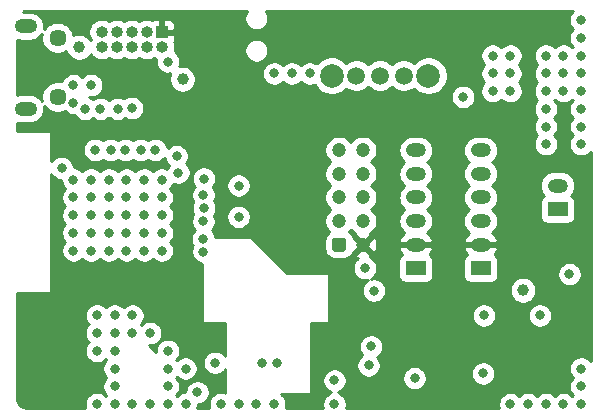
<source format=gbr>
G04 #@! TF.GenerationSoftware,KiCad,Pcbnew,5.1.6-c6e7f7d~86~ubuntu18.04.1*
G04 #@! TF.CreationDate,2020-06-02T09:04:51-04:00*
G04 #@! TF.ProjectId,E73 SCR v2,45373320-5343-4522-9076-322e6b696361,rev?*
G04 #@! TF.SameCoordinates,Original*
G04 #@! TF.FileFunction,Copper,L3,Inr*
G04 #@! TF.FilePolarity,Positive*
%FSLAX46Y46*%
G04 Gerber Fmt 4.6, Leading zero omitted, Abs format (unit mm)*
G04 Created by KiCad (PCBNEW 5.1.6-c6e7f7d~86~ubuntu18.04.1) date 2020-06-02 09:04:51*
%MOMM*%
%LPD*%
G01*
G04 APERTURE LIST*
G04 #@! TA.AperFunction,ViaPad*
%ADD10C,1.200000*%
G04 #@! TD*
G04 #@! TA.AperFunction,ViaPad*
%ADD11C,2.000000*%
G04 #@! TD*
G04 #@! TA.AperFunction,ViaPad*
%ADD12C,1.500000*%
G04 #@! TD*
G04 #@! TA.AperFunction,ViaPad*
%ADD13R,1.700000X1.200000*%
G04 #@! TD*
G04 #@! TA.AperFunction,ViaPad*
%ADD14O,1.700000X1.200000*%
G04 #@! TD*
G04 #@! TA.AperFunction,ViaPad*
%ADD15C,1.450000*%
G04 #@! TD*
G04 #@! TA.AperFunction,ViaPad*
%ADD16O,1.900000X1.200000*%
G04 #@! TD*
G04 #@! TA.AperFunction,ViaPad*
%ADD17R,1.000000X1.000000*%
G04 #@! TD*
G04 #@! TA.AperFunction,ViaPad*
%ADD18O,1.000000X1.000000*%
G04 #@! TD*
G04 #@! TA.AperFunction,ViaPad*
%ADD19C,0.800000*%
G04 #@! TD*
G04 #@! TA.AperFunction,ViaPad*
%ADD20C,1.000000*%
G04 #@! TD*
G04 #@! TA.AperFunction,Conductor*
%ADD21C,0.254000*%
G04 #@! TD*
G04 APERTURE END LIST*
D10*
X80000000Y-102500000D03*
X80000000Y-104500000D03*
X80000000Y-106500000D03*
X80000000Y-108500000D03*
X80000000Y-110500000D03*
X78000000Y-102500000D03*
X78000000Y-104500000D03*
X78000000Y-106500000D03*
X78000000Y-108500000D03*
G04 #@! TA.AperFunction,ViaPad*
G36*
G01*
X78350001Y-111100000D02*
X77649999Y-111100000D01*
G75*
G02*
X77400000Y-110850001I0J249999D01*
G01*
X77400000Y-110149999D01*
G75*
G02*
X77649999Y-109900000I249999J0D01*
G01*
X78350001Y-109900000D01*
G75*
G02*
X78600000Y-110149999I0J-249999D01*
G01*
X78600000Y-110850001D01*
G75*
G02*
X78350001Y-111100000I-249999J0D01*
G01*
G37*
G04 #@! TD.AperFunction*
D11*
X85570500Y-96202500D03*
X77370500Y-96202500D03*
D12*
X79470500Y-96202500D03*
X81470500Y-96202500D03*
X83470500Y-96202500D03*
D13*
X96500000Y-107500000D03*
D14*
X96500000Y-105500000D03*
D13*
X84500000Y-112500000D03*
D14*
X84500000Y-110500000D03*
X84500000Y-108500000D03*
X84500000Y-106500000D03*
X84500000Y-104500000D03*
X84500000Y-102500000D03*
D13*
X90000000Y-112500000D03*
D14*
X90000000Y-110500000D03*
X90000000Y-108500000D03*
X90000000Y-106500000D03*
X90000000Y-104500000D03*
X90000000Y-102500000D03*
D15*
X54166000Y-93000000D03*
X54166000Y-98000000D03*
D16*
X51466000Y-92000000D03*
X51466000Y-99000000D03*
D17*
X63000000Y-92500000D03*
D18*
X63000000Y-93770000D03*
X61730000Y-92500000D03*
X61730000Y-93770000D03*
X60460000Y-92500000D03*
X60460000Y-93770000D03*
X59190000Y-92500000D03*
X59190000Y-93770000D03*
X57920000Y-92500000D03*
X57920000Y-93770000D03*
D19*
X72750000Y-120500000D03*
X71500000Y-120500000D03*
X55500000Y-97000000D03*
X97500000Y-113000000D03*
X95000000Y-116500000D03*
X80500000Y-120729991D03*
X80725010Y-119122774D03*
X69500000Y-105500000D03*
X77600000Y-124000000D03*
X77600000Y-122000000D03*
X64400000Y-104400000D03*
X94000000Y-124000000D03*
X92500000Y-124000000D03*
X95500000Y-124000000D03*
X97000000Y-124000000D03*
X98500000Y-124000000D03*
X98500000Y-122500000D03*
X98500000Y-121000000D03*
X98500000Y-102000000D03*
X98500000Y-100500000D03*
X98500000Y-99000000D03*
X98500000Y-94500000D03*
X98500000Y-97500000D03*
X98500000Y-96000000D03*
X98500000Y-93000000D03*
X98500000Y-91500000D03*
X97000000Y-97500000D03*
X97000000Y-96000000D03*
X97000000Y-94500000D03*
X95500000Y-94500000D03*
X95500000Y-97500000D03*
X95500000Y-96000000D03*
X92500000Y-94500000D03*
X92500000Y-97500000D03*
X92500000Y-96000000D03*
X91000000Y-96000000D03*
X91000000Y-97500000D03*
X91000000Y-94500000D03*
X95500000Y-99000000D03*
X95500000Y-102000000D03*
X95500000Y-100500000D03*
X74000000Y-96000000D03*
X75500000Y-96000000D03*
X72500000Y-96000000D03*
X55500000Y-105000000D03*
X57000000Y-105000000D03*
X58500000Y-105000000D03*
X55500000Y-106500000D03*
X57000000Y-106500000D03*
X58500000Y-106500000D03*
X57000000Y-108000000D03*
X55500000Y-108000000D03*
X58500000Y-108000000D03*
X57000000Y-109500000D03*
X55500000Y-109500000D03*
X58500000Y-109500000D03*
X58500000Y-111000000D03*
X55500000Y-111000000D03*
X57000000Y-111000000D03*
X60000000Y-111000000D03*
X63000000Y-111000000D03*
X61500000Y-111000000D03*
X63000000Y-109500000D03*
X61500000Y-109500000D03*
X60000000Y-109500000D03*
X60000000Y-108000000D03*
X63000000Y-108000000D03*
X61500000Y-108000000D03*
X63000000Y-106500000D03*
X61500000Y-106500000D03*
X60000000Y-106500000D03*
X61500000Y-105000000D03*
X63000000Y-105000000D03*
X60000000Y-105000000D03*
X59000000Y-121000000D03*
X59000000Y-122500000D03*
X59000000Y-124000000D03*
X65000000Y-124000000D03*
X60500000Y-124000000D03*
X62000000Y-124000000D03*
X63500000Y-124000000D03*
X63500000Y-122500000D03*
X63500000Y-121000000D03*
X57500000Y-124000000D03*
X57500000Y-119500000D03*
X57500000Y-118000000D03*
X57500000Y-116500000D03*
X60500000Y-118000000D03*
X60500000Y-116500000D03*
X62000000Y-118000000D03*
X57000000Y-97000000D03*
X55500000Y-98500000D03*
X59000000Y-116500000D03*
X59000000Y-118000000D03*
X59000000Y-119500000D03*
X63500000Y-119500000D03*
X67500000Y-120500000D03*
X68000000Y-124000000D03*
X71000000Y-124000000D03*
X69500000Y-124000000D03*
X72500000Y-124000000D03*
X80950000Y-114400000D03*
X54000000Y-123000000D03*
X72100000Y-104700000D03*
X72149998Y-105550000D03*
X79550000Y-114700000D03*
X78350000Y-116650000D03*
X79550000Y-116500000D03*
D20*
X93569998Y-114350000D03*
X56000000Y-93800000D03*
X64750000Y-96500000D03*
D19*
X90250000Y-116500000D03*
X90200000Y-121400000D03*
X56500000Y-99000000D03*
X57799989Y-99000000D03*
X84400000Y-121800000D03*
X66000000Y-123000000D03*
X54500000Y-104000000D03*
X63500000Y-95000000D03*
X65000000Y-121000000D03*
X80174990Y-112500000D03*
X66507898Y-108539530D03*
X69500000Y-108143534D03*
X66558763Y-107418524D03*
X66515472Y-106297725D03*
X66556186Y-104912866D03*
X64250000Y-103000000D03*
X59905574Y-102492124D03*
X58655574Y-102492124D03*
X57353819Y-102478905D03*
X59250000Y-99000000D03*
X88500000Y-98000000D03*
X60448695Y-98933769D03*
X66500000Y-110000000D03*
X61205764Y-102487577D03*
X66508192Y-111089504D03*
X62455764Y-102487577D03*
D21*
G36*
X70097950Y-90856586D02*
G01*
X70021814Y-91040394D01*
X69983000Y-91235524D01*
X69983000Y-91434476D01*
X70021814Y-91629606D01*
X70097950Y-91813414D01*
X70208482Y-91978837D01*
X70349163Y-92119518D01*
X70514586Y-92230050D01*
X70698394Y-92306186D01*
X70893524Y-92345000D01*
X71092476Y-92345000D01*
X71287606Y-92306186D01*
X71471414Y-92230050D01*
X71636837Y-92119518D01*
X71777518Y-91978837D01*
X71888050Y-91813414D01*
X71964186Y-91629606D01*
X72003000Y-91434476D01*
X72003000Y-91235524D01*
X71964186Y-91040394D01*
X71888050Y-90856586D01*
X71790104Y-90710000D01*
X97826289Y-90710000D01*
X97696063Y-90840226D01*
X97582795Y-91009744D01*
X97504774Y-91198102D01*
X97465000Y-91398061D01*
X97465000Y-91601939D01*
X97504774Y-91801898D01*
X97582795Y-91990256D01*
X97696063Y-92159774D01*
X97786289Y-92250000D01*
X97696063Y-92340226D01*
X97582795Y-92509744D01*
X97504774Y-92698102D01*
X97465000Y-92898061D01*
X97465000Y-93101939D01*
X97504774Y-93301898D01*
X97582795Y-93490256D01*
X97696063Y-93659774D01*
X97786289Y-93750000D01*
X97750000Y-93786289D01*
X97659774Y-93696063D01*
X97490256Y-93582795D01*
X97301898Y-93504774D01*
X97101939Y-93465000D01*
X96898061Y-93465000D01*
X96698102Y-93504774D01*
X96509744Y-93582795D01*
X96340226Y-93696063D01*
X96250000Y-93786289D01*
X96159774Y-93696063D01*
X95990256Y-93582795D01*
X95801898Y-93504774D01*
X95601939Y-93465000D01*
X95398061Y-93465000D01*
X95198102Y-93504774D01*
X95009744Y-93582795D01*
X94840226Y-93696063D01*
X94696063Y-93840226D01*
X94582795Y-94009744D01*
X94504774Y-94198102D01*
X94465000Y-94398061D01*
X94465000Y-94601939D01*
X94504774Y-94801898D01*
X94582795Y-94990256D01*
X94696063Y-95159774D01*
X94786289Y-95250000D01*
X94696063Y-95340226D01*
X94582795Y-95509744D01*
X94504774Y-95698102D01*
X94465000Y-95898061D01*
X94465000Y-96101939D01*
X94504774Y-96301898D01*
X94582795Y-96490256D01*
X94696063Y-96659774D01*
X94786289Y-96750000D01*
X94696063Y-96840226D01*
X94582795Y-97009744D01*
X94504774Y-97198102D01*
X94465000Y-97398061D01*
X94465000Y-97601939D01*
X94504774Y-97801898D01*
X94582795Y-97990256D01*
X94696063Y-98159774D01*
X94786289Y-98250000D01*
X94696063Y-98340226D01*
X94582795Y-98509744D01*
X94504774Y-98698102D01*
X94465000Y-98898061D01*
X94465000Y-99101939D01*
X94504774Y-99301898D01*
X94582795Y-99490256D01*
X94696063Y-99659774D01*
X94786289Y-99750000D01*
X94696063Y-99840226D01*
X94582795Y-100009744D01*
X94504774Y-100198102D01*
X94465000Y-100398061D01*
X94465000Y-100601939D01*
X94504774Y-100801898D01*
X94582795Y-100990256D01*
X94696063Y-101159774D01*
X94786289Y-101250000D01*
X94696063Y-101340226D01*
X94582795Y-101509744D01*
X94504774Y-101698102D01*
X94465000Y-101898061D01*
X94465000Y-102101939D01*
X94504774Y-102301898D01*
X94582795Y-102490256D01*
X94696063Y-102659774D01*
X94840226Y-102803937D01*
X95009744Y-102917205D01*
X95198102Y-102995226D01*
X95398061Y-103035000D01*
X95601939Y-103035000D01*
X95801898Y-102995226D01*
X95990256Y-102917205D01*
X96159774Y-102803937D01*
X96303937Y-102659774D01*
X96417205Y-102490256D01*
X96495226Y-102301898D01*
X96535000Y-102101939D01*
X96535000Y-101898061D01*
X96495226Y-101698102D01*
X96417205Y-101509744D01*
X96303937Y-101340226D01*
X96213711Y-101250000D01*
X96303937Y-101159774D01*
X96417205Y-100990256D01*
X96495226Y-100801898D01*
X96535000Y-100601939D01*
X96535000Y-100398061D01*
X96495226Y-100198102D01*
X96417205Y-100009744D01*
X96303937Y-99840226D01*
X96213711Y-99750000D01*
X96303937Y-99659774D01*
X96417205Y-99490256D01*
X96495226Y-99301898D01*
X96535000Y-99101939D01*
X96535000Y-98898061D01*
X96495226Y-98698102D01*
X96417205Y-98509744D01*
X96303937Y-98340226D01*
X96213711Y-98250000D01*
X96250000Y-98213711D01*
X96340226Y-98303937D01*
X96509744Y-98417205D01*
X96698102Y-98495226D01*
X96898061Y-98535000D01*
X97101939Y-98535000D01*
X97301898Y-98495226D01*
X97490256Y-98417205D01*
X97659774Y-98303937D01*
X97750000Y-98213711D01*
X97786289Y-98250000D01*
X97696063Y-98340226D01*
X97582795Y-98509744D01*
X97504774Y-98698102D01*
X97465000Y-98898061D01*
X97465000Y-99101939D01*
X97504774Y-99301898D01*
X97582795Y-99490256D01*
X97696063Y-99659774D01*
X97786289Y-99750000D01*
X97696063Y-99840226D01*
X97582795Y-100009744D01*
X97504774Y-100198102D01*
X97465000Y-100398061D01*
X97465000Y-100601939D01*
X97504774Y-100801898D01*
X97582795Y-100990256D01*
X97696063Y-101159774D01*
X97786289Y-101250000D01*
X97696063Y-101340226D01*
X97582795Y-101509744D01*
X97504774Y-101698102D01*
X97465000Y-101898061D01*
X97465000Y-102101939D01*
X97504774Y-102301898D01*
X97582795Y-102490256D01*
X97696063Y-102659774D01*
X97840226Y-102803937D01*
X98009744Y-102917205D01*
X98198102Y-102995226D01*
X98398061Y-103035000D01*
X98601939Y-103035000D01*
X98801898Y-102995226D01*
X98990256Y-102917205D01*
X99159774Y-102803937D01*
X99290000Y-102673711D01*
X99290001Y-120326290D01*
X99159774Y-120196063D01*
X98990256Y-120082795D01*
X98801898Y-120004774D01*
X98601939Y-119965000D01*
X98398061Y-119965000D01*
X98198102Y-120004774D01*
X98009744Y-120082795D01*
X97840226Y-120196063D01*
X97696063Y-120340226D01*
X97582795Y-120509744D01*
X97504774Y-120698102D01*
X97465000Y-120898061D01*
X97465000Y-121101939D01*
X97504774Y-121301898D01*
X97582795Y-121490256D01*
X97696063Y-121659774D01*
X97786289Y-121750000D01*
X97696063Y-121840226D01*
X97582795Y-122009744D01*
X97504774Y-122198102D01*
X97465000Y-122398061D01*
X97465000Y-122601939D01*
X97504774Y-122801898D01*
X97582795Y-122990256D01*
X97696063Y-123159774D01*
X97786289Y-123250000D01*
X97750000Y-123286289D01*
X97659774Y-123196063D01*
X97490256Y-123082795D01*
X97301898Y-123004774D01*
X97101939Y-122965000D01*
X96898061Y-122965000D01*
X96698102Y-123004774D01*
X96509744Y-123082795D01*
X96340226Y-123196063D01*
X96250000Y-123286289D01*
X96159774Y-123196063D01*
X95990256Y-123082795D01*
X95801898Y-123004774D01*
X95601939Y-122965000D01*
X95398061Y-122965000D01*
X95198102Y-123004774D01*
X95009744Y-123082795D01*
X94840226Y-123196063D01*
X94750000Y-123286289D01*
X94659774Y-123196063D01*
X94490256Y-123082795D01*
X94301898Y-123004774D01*
X94101939Y-122965000D01*
X93898061Y-122965000D01*
X93698102Y-123004774D01*
X93509744Y-123082795D01*
X93340226Y-123196063D01*
X93250000Y-123286289D01*
X93159774Y-123196063D01*
X92990256Y-123082795D01*
X92801898Y-123004774D01*
X92601939Y-122965000D01*
X92398061Y-122965000D01*
X92198102Y-123004774D01*
X92009744Y-123082795D01*
X91840226Y-123196063D01*
X91696063Y-123340226D01*
X91582795Y-123509744D01*
X91504774Y-123698102D01*
X91465000Y-123898061D01*
X91465000Y-124101939D01*
X91502407Y-124290000D01*
X78597593Y-124290000D01*
X78635000Y-124101939D01*
X78635000Y-123898061D01*
X78595226Y-123698102D01*
X78517205Y-123509744D01*
X78403937Y-123340226D01*
X78259774Y-123196063D01*
X78090256Y-123082795D01*
X77901898Y-123004774D01*
X77877897Y-123000000D01*
X77901898Y-122995226D01*
X78090256Y-122917205D01*
X78259774Y-122803937D01*
X78403937Y-122659774D01*
X78517205Y-122490256D01*
X78595226Y-122301898D01*
X78635000Y-122101939D01*
X78635000Y-121898061D01*
X78595226Y-121698102D01*
X78517205Y-121509744D01*
X78403937Y-121340226D01*
X78259774Y-121196063D01*
X78090256Y-121082795D01*
X77901898Y-121004774D01*
X77701939Y-120965000D01*
X77498061Y-120965000D01*
X77298102Y-121004774D01*
X77109744Y-121082795D01*
X76940226Y-121196063D01*
X76796063Y-121340226D01*
X76682795Y-121509744D01*
X76604774Y-121698102D01*
X76565000Y-121898061D01*
X76565000Y-122101939D01*
X76604774Y-122301898D01*
X76682795Y-122490256D01*
X76796063Y-122659774D01*
X76940226Y-122803937D01*
X77109744Y-122917205D01*
X77298102Y-122995226D01*
X77322103Y-123000000D01*
X77298102Y-123004774D01*
X77109744Y-123082795D01*
X76940226Y-123196063D01*
X76796063Y-123340226D01*
X76682795Y-123509744D01*
X76604774Y-123698102D01*
X76565000Y-123898061D01*
X76565000Y-124101939D01*
X76602407Y-124290000D01*
X73497593Y-124290000D01*
X73535000Y-124101939D01*
X73535000Y-123898061D01*
X73495226Y-123698102D01*
X73417205Y-123509744D01*
X73303937Y-123340226D01*
X73159774Y-123196063D01*
X73056414Y-123127000D01*
X75500000Y-123127000D01*
X75524776Y-123124560D01*
X75548601Y-123117333D01*
X75570557Y-123105597D01*
X75589803Y-123089803D01*
X75605597Y-123070557D01*
X75617333Y-123048601D01*
X75624560Y-123024776D01*
X75627000Y-123000000D01*
X75627000Y-120628052D01*
X79465000Y-120628052D01*
X79465000Y-120831930D01*
X79504774Y-121031889D01*
X79582795Y-121220247D01*
X79696063Y-121389765D01*
X79840226Y-121533928D01*
X80009744Y-121647196D01*
X80198102Y-121725217D01*
X80398061Y-121764991D01*
X80601939Y-121764991D01*
X80801898Y-121725217D01*
X80867457Y-121698061D01*
X83365000Y-121698061D01*
X83365000Y-121901939D01*
X83404774Y-122101898D01*
X83482795Y-122290256D01*
X83596063Y-122459774D01*
X83740226Y-122603937D01*
X83909744Y-122717205D01*
X84098102Y-122795226D01*
X84298061Y-122835000D01*
X84501939Y-122835000D01*
X84701898Y-122795226D01*
X84890256Y-122717205D01*
X85059774Y-122603937D01*
X85203937Y-122459774D01*
X85317205Y-122290256D01*
X85395226Y-122101898D01*
X85435000Y-121901939D01*
X85435000Y-121698061D01*
X85395226Y-121498102D01*
X85317205Y-121309744D01*
X85309399Y-121298061D01*
X89165000Y-121298061D01*
X89165000Y-121501939D01*
X89204774Y-121701898D01*
X89282795Y-121890256D01*
X89396063Y-122059774D01*
X89540226Y-122203937D01*
X89709744Y-122317205D01*
X89898102Y-122395226D01*
X90098061Y-122435000D01*
X90301939Y-122435000D01*
X90501898Y-122395226D01*
X90690256Y-122317205D01*
X90859774Y-122203937D01*
X91003937Y-122059774D01*
X91117205Y-121890256D01*
X91195226Y-121701898D01*
X91235000Y-121501939D01*
X91235000Y-121298061D01*
X91195226Y-121098102D01*
X91117205Y-120909744D01*
X91003937Y-120740226D01*
X90859774Y-120596063D01*
X90690256Y-120482795D01*
X90501898Y-120404774D01*
X90301939Y-120365000D01*
X90098061Y-120365000D01*
X89898102Y-120404774D01*
X89709744Y-120482795D01*
X89540226Y-120596063D01*
X89396063Y-120740226D01*
X89282795Y-120909744D01*
X89204774Y-121098102D01*
X89165000Y-121298061D01*
X85309399Y-121298061D01*
X85203937Y-121140226D01*
X85059774Y-120996063D01*
X84890256Y-120882795D01*
X84701898Y-120804774D01*
X84501939Y-120765000D01*
X84298061Y-120765000D01*
X84098102Y-120804774D01*
X83909744Y-120882795D01*
X83740226Y-120996063D01*
X83596063Y-121140226D01*
X83482795Y-121309744D01*
X83404774Y-121498102D01*
X83365000Y-121698061D01*
X80867457Y-121698061D01*
X80990256Y-121647196D01*
X81159774Y-121533928D01*
X81303937Y-121389765D01*
X81417205Y-121220247D01*
X81495226Y-121031889D01*
X81535000Y-120831930D01*
X81535000Y-120628052D01*
X81495226Y-120428093D01*
X81417205Y-120239735D01*
X81303937Y-120070217D01*
X81250294Y-120016574D01*
X81384784Y-119926711D01*
X81528947Y-119782548D01*
X81642215Y-119613030D01*
X81720236Y-119424672D01*
X81760010Y-119224713D01*
X81760010Y-119020835D01*
X81720236Y-118820876D01*
X81642215Y-118632518D01*
X81528947Y-118463000D01*
X81384784Y-118318837D01*
X81215266Y-118205569D01*
X81026908Y-118127548D01*
X80826949Y-118087774D01*
X80623071Y-118087774D01*
X80423112Y-118127548D01*
X80234754Y-118205569D01*
X80065236Y-118318837D01*
X79921073Y-118463000D01*
X79807805Y-118632518D01*
X79729784Y-118820876D01*
X79690010Y-119020835D01*
X79690010Y-119224713D01*
X79729784Y-119424672D01*
X79807805Y-119613030D01*
X79921073Y-119782548D01*
X79974716Y-119836191D01*
X79840226Y-119926054D01*
X79696063Y-120070217D01*
X79582795Y-120239735D01*
X79504774Y-120428093D01*
X79465000Y-120628052D01*
X75627000Y-120628052D01*
X75627000Y-117127000D01*
X77000000Y-117127000D01*
X77024776Y-117124560D01*
X77048601Y-117117333D01*
X77070557Y-117105597D01*
X77089803Y-117089803D01*
X77105597Y-117070557D01*
X77117333Y-117048601D01*
X77124560Y-117024776D01*
X77127000Y-117000000D01*
X77127000Y-116398061D01*
X89215000Y-116398061D01*
X89215000Y-116601939D01*
X89254774Y-116801898D01*
X89332795Y-116990256D01*
X89446063Y-117159774D01*
X89590226Y-117303937D01*
X89759744Y-117417205D01*
X89948102Y-117495226D01*
X90148061Y-117535000D01*
X90351939Y-117535000D01*
X90551898Y-117495226D01*
X90740256Y-117417205D01*
X90909774Y-117303937D01*
X91053937Y-117159774D01*
X91167205Y-116990256D01*
X91245226Y-116801898D01*
X91285000Y-116601939D01*
X91285000Y-116398061D01*
X93965000Y-116398061D01*
X93965000Y-116601939D01*
X94004774Y-116801898D01*
X94082795Y-116990256D01*
X94196063Y-117159774D01*
X94340226Y-117303937D01*
X94509744Y-117417205D01*
X94698102Y-117495226D01*
X94898061Y-117535000D01*
X95101939Y-117535000D01*
X95301898Y-117495226D01*
X95490256Y-117417205D01*
X95659774Y-117303937D01*
X95803937Y-117159774D01*
X95917205Y-116990256D01*
X95995226Y-116801898D01*
X96035000Y-116601939D01*
X96035000Y-116398061D01*
X95995226Y-116198102D01*
X95917205Y-116009744D01*
X95803937Y-115840226D01*
X95659774Y-115696063D01*
X95490256Y-115582795D01*
X95301898Y-115504774D01*
X95101939Y-115465000D01*
X94898061Y-115465000D01*
X94698102Y-115504774D01*
X94509744Y-115582795D01*
X94340226Y-115696063D01*
X94196063Y-115840226D01*
X94082795Y-116009744D01*
X94004774Y-116198102D01*
X93965000Y-116398061D01*
X91285000Y-116398061D01*
X91245226Y-116198102D01*
X91167205Y-116009744D01*
X91053937Y-115840226D01*
X90909774Y-115696063D01*
X90740256Y-115582795D01*
X90551898Y-115504774D01*
X90351939Y-115465000D01*
X90148061Y-115465000D01*
X89948102Y-115504774D01*
X89759744Y-115582795D01*
X89590226Y-115696063D01*
X89446063Y-115840226D01*
X89332795Y-116009744D01*
X89254774Y-116198102D01*
X89215000Y-116398061D01*
X77127000Y-116398061D01*
X77127000Y-113000000D01*
X77124560Y-112975224D01*
X77117333Y-112951399D01*
X77105597Y-112929443D01*
X77089803Y-112910197D01*
X77070557Y-112894403D01*
X77048601Y-112882667D01*
X77024776Y-112875440D01*
X77000000Y-112873000D01*
X73552606Y-112873000D01*
X73077667Y-112398061D01*
X79139990Y-112398061D01*
X79139990Y-112601939D01*
X79179764Y-112801898D01*
X79257785Y-112990256D01*
X79371053Y-113159774D01*
X79515216Y-113303937D01*
X79684734Y-113417205D01*
X79873092Y-113495226D01*
X80073051Y-113535000D01*
X80276929Y-113535000D01*
X80425987Y-113505351D01*
X80290226Y-113596063D01*
X80146063Y-113740226D01*
X80032795Y-113909744D01*
X79954774Y-114098102D01*
X79915000Y-114298061D01*
X79915000Y-114501939D01*
X79954774Y-114701898D01*
X80032795Y-114890256D01*
X80146063Y-115059774D01*
X80290226Y-115203937D01*
X80459744Y-115317205D01*
X80648102Y-115395226D01*
X80848061Y-115435000D01*
X81051939Y-115435000D01*
X81251898Y-115395226D01*
X81440256Y-115317205D01*
X81609774Y-115203937D01*
X81753937Y-115059774D01*
X81867205Y-114890256D01*
X81945226Y-114701898D01*
X81985000Y-114501939D01*
X81985000Y-114298061D01*
X81973096Y-114238212D01*
X92434998Y-114238212D01*
X92434998Y-114461788D01*
X92478615Y-114681067D01*
X92564174Y-114887624D01*
X92688386Y-115073520D01*
X92846478Y-115231612D01*
X93032374Y-115355824D01*
X93238931Y-115441383D01*
X93458210Y-115485000D01*
X93681786Y-115485000D01*
X93901065Y-115441383D01*
X94107622Y-115355824D01*
X94293518Y-115231612D01*
X94451610Y-115073520D01*
X94575822Y-114887624D01*
X94661381Y-114681067D01*
X94704998Y-114461788D01*
X94704998Y-114238212D01*
X94661381Y-114018933D01*
X94575822Y-113812376D01*
X94451610Y-113626480D01*
X94293518Y-113468388D01*
X94107622Y-113344176D01*
X93901065Y-113258617D01*
X93681786Y-113215000D01*
X93458210Y-113215000D01*
X93238931Y-113258617D01*
X93032374Y-113344176D01*
X92846478Y-113468388D01*
X92688386Y-113626480D01*
X92564174Y-113812376D01*
X92478615Y-114018933D01*
X92434998Y-114238212D01*
X81973096Y-114238212D01*
X81945226Y-114098102D01*
X81867205Y-113909744D01*
X81753937Y-113740226D01*
X81609774Y-113596063D01*
X81440256Y-113482795D01*
X81251898Y-113404774D01*
X81051939Y-113365000D01*
X80848061Y-113365000D01*
X80699003Y-113394649D01*
X80834764Y-113303937D01*
X80978927Y-113159774D01*
X81092195Y-112990256D01*
X81170216Y-112801898D01*
X81209990Y-112601939D01*
X81209990Y-112398061D01*
X81170216Y-112198102D01*
X81092195Y-112009744D01*
X81018867Y-111900000D01*
X83011928Y-111900000D01*
X83011928Y-113100000D01*
X83024188Y-113224482D01*
X83060498Y-113344180D01*
X83119463Y-113454494D01*
X83198815Y-113551185D01*
X83295506Y-113630537D01*
X83405820Y-113689502D01*
X83525518Y-113725812D01*
X83650000Y-113738072D01*
X85350000Y-113738072D01*
X85474482Y-113725812D01*
X85594180Y-113689502D01*
X85704494Y-113630537D01*
X85801185Y-113551185D01*
X85880537Y-113454494D01*
X85939502Y-113344180D01*
X85975812Y-113224482D01*
X85988072Y-113100000D01*
X85988072Y-111900000D01*
X88511928Y-111900000D01*
X88511928Y-113100000D01*
X88524188Y-113224482D01*
X88560498Y-113344180D01*
X88619463Y-113454494D01*
X88698815Y-113551185D01*
X88795506Y-113630537D01*
X88905820Y-113689502D01*
X89025518Y-113725812D01*
X89150000Y-113738072D01*
X90850000Y-113738072D01*
X90974482Y-113725812D01*
X91094180Y-113689502D01*
X91204494Y-113630537D01*
X91301185Y-113551185D01*
X91380537Y-113454494D01*
X91439502Y-113344180D01*
X91475812Y-113224482D01*
X91488072Y-113100000D01*
X91488072Y-112898061D01*
X96465000Y-112898061D01*
X96465000Y-113101939D01*
X96504774Y-113301898D01*
X96582795Y-113490256D01*
X96696063Y-113659774D01*
X96840226Y-113803937D01*
X97009744Y-113917205D01*
X97198102Y-113995226D01*
X97398061Y-114035000D01*
X97601939Y-114035000D01*
X97801898Y-113995226D01*
X97990256Y-113917205D01*
X98159774Y-113803937D01*
X98303937Y-113659774D01*
X98417205Y-113490256D01*
X98495226Y-113301898D01*
X98535000Y-113101939D01*
X98535000Y-112898061D01*
X98495226Y-112698102D01*
X98417205Y-112509744D01*
X98303937Y-112340226D01*
X98159774Y-112196063D01*
X97990256Y-112082795D01*
X97801898Y-112004774D01*
X97601939Y-111965000D01*
X97398061Y-111965000D01*
X97198102Y-112004774D01*
X97009744Y-112082795D01*
X96840226Y-112196063D01*
X96696063Y-112340226D01*
X96582795Y-112509744D01*
X96504774Y-112698102D01*
X96465000Y-112898061D01*
X91488072Y-112898061D01*
X91488072Y-111900000D01*
X91475812Y-111775518D01*
X91439502Y-111655820D01*
X91380537Y-111545506D01*
X91301185Y-111448815D01*
X91204494Y-111369463D01*
X91162540Y-111347038D01*
X91181938Y-111329128D01*
X91325786Y-111131384D01*
X91428292Y-110909377D01*
X91443462Y-110817609D01*
X91318731Y-110627000D01*
X90127000Y-110627000D01*
X90127000Y-110647000D01*
X89873000Y-110647000D01*
X89873000Y-110627000D01*
X88681269Y-110627000D01*
X88556538Y-110817609D01*
X88571708Y-110909377D01*
X88674214Y-111131384D01*
X88818062Y-111329128D01*
X88837460Y-111347038D01*
X88795506Y-111369463D01*
X88698815Y-111448815D01*
X88619463Y-111545506D01*
X88560498Y-111655820D01*
X88524188Y-111775518D01*
X88511928Y-111900000D01*
X85988072Y-111900000D01*
X85975812Y-111775518D01*
X85939502Y-111655820D01*
X85880537Y-111545506D01*
X85801185Y-111448815D01*
X85704494Y-111369463D01*
X85662540Y-111347038D01*
X85681938Y-111329128D01*
X85825786Y-111131384D01*
X85928292Y-110909377D01*
X85943462Y-110817609D01*
X85818731Y-110627000D01*
X84627000Y-110627000D01*
X84627000Y-110647000D01*
X84373000Y-110647000D01*
X84373000Y-110627000D01*
X83181269Y-110627000D01*
X83056538Y-110817609D01*
X83071708Y-110909377D01*
X83174214Y-111131384D01*
X83318062Y-111329128D01*
X83337460Y-111347038D01*
X83295506Y-111369463D01*
X83198815Y-111448815D01*
X83119463Y-111545506D01*
X83060498Y-111655820D01*
X83024188Y-111775518D01*
X83011928Y-111900000D01*
X81018867Y-111900000D01*
X80978927Y-111840226D01*
X80834764Y-111696063D01*
X80665246Y-111582795D01*
X80624430Y-111565888D01*
X80670159Y-111349764D01*
X80000000Y-110679605D01*
X79329841Y-111349764D01*
X79377148Y-111573348D01*
X79568413Y-111660518D01*
X79515216Y-111696063D01*
X79371053Y-111840226D01*
X79257785Y-112009744D01*
X79179764Y-112198102D01*
X79139990Y-112398061D01*
X73077667Y-112398061D01*
X70829605Y-110149999D01*
X76761928Y-110149999D01*
X76761928Y-110850001D01*
X76778992Y-111023255D01*
X76829528Y-111189851D01*
X76911595Y-111343387D01*
X77022038Y-111477962D01*
X77156613Y-111588405D01*
X77310149Y-111670472D01*
X77476745Y-111721008D01*
X77649999Y-111738072D01*
X78350001Y-111738072D01*
X78523255Y-111721008D01*
X78689851Y-111670472D01*
X78843387Y-111588405D01*
X78977962Y-111477962D01*
X79088405Y-111343387D01*
X79170472Y-111189851D01*
X79187858Y-111132537D01*
X79820395Y-110500000D01*
X80179605Y-110500000D01*
X80849764Y-111170159D01*
X81073348Y-111122852D01*
X81174237Y-110901484D01*
X81230000Y-110664687D01*
X81238495Y-110421562D01*
X81199395Y-110181451D01*
X81114202Y-109953582D01*
X81073348Y-109877148D01*
X80849764Y-109829841D01*
X80179605Y-110500000D01*
X79820395Y-110500000D01*
X79187858Y-109867463D01*
X79170472Y-109810149D01*
X79088405Y-109656613D01*
X78977962Y-109522038D01*
X78843387Y-109411595D01*
X78837895Y-109408659D01*
X78959287Y-109287267D01*
X79000000Y-109226336D01*
X79040713Y-109287267D01*
X79212733Y-109459287D01*
X79350733Y-109551496D01*
X79329841Y-109650236D01*
X80000000Y-110320395D01*
X80670159Y-109650236D01*
X80649267Y-109551496D01*
X80787267Y-109459287D01*
X80959287Y-109287267D01*
X81094443Y-109084992D01*
X81187540Y-108860236D01*
X81235000Y-108621637D01*
X81235000Y-108378363D01*
X81187540Y-108139764D01*
X81094443Y-107915008D01*
X80959287Y-107712733D01*
X80787267Y-107540713D01*
X80726336Y-107500000D01*
X80787267Y-107459287D01*
X80959287Y-107287267D01*
X81094443Y-107084992D01*
X81187540Y-106860236D01*
X81235000Y-106621637D01*
X81235000Y-106378363D01*
X81187540Y-106139764D01*
X81094443Y-105915008D01*
X80959287Y-105712733D01*
X80787267Y-105540713D01*
X80726336Y-105500000D01*
X80787267Y-105459287D01*
X80959287Y-105287267D01*
X81094443Y-105084992D01*
X81187540Y-104860236D01*
X81235000Y-104621637D01*
X81235000Y-104378363D01*
X81187540Y-104139764D01*
X81094443Y-103915008D01*
X80959287Y-103712733D01*
X80787267Y-103540713D01*
X80726336Y-103500000D01*
X80787267Y-103459287D01*
X80959287Y-103287267D01*
X81094443Y-103084992D01*
X81187540Y-102860236D01*
X81235000Y-102621637D01*
X81235000Y-102500000D01*
X83009025Y-102500000D01*
X83032870Y-102742102D01*
X83103489Y-102974901D01*
X83218167Y-103189449D01*
X83372498Y-103377502D01*
X83521762Y-103500000D01*
X83372498Y-103622498D01*
X83218167Y-103810551D01*
X83103489Y-104025099D01*
X83032870Y-104257898D01*
X83009025Y-104500000D01*
X83032870Y-104742102D01*
X83103489Y-104974901D01*
X83218167Y-105189449D01*
X83372498Y-105377502D01*
X83521762Y-105500000D01*
X83372498Y-105622498D01*
X83218167Y-105810551D01*
X83103489Y-106025099D01*
X83032870Y-106257898D01*
X83009025Y-106500000D01*
X83032870Y-106742102D01*
X83103489Y-106974901D01*
X83218167Y-107189449D01*
X83372498Y-107377502D01*
X83521762Y-107500000D01*
X83372498Y-107622498D01*
X83218167Y-107810551D01*
X83103489Y-108025099D01*
X83032870Y-108257898D01*
X83009025Y-108500000D01*
X83032870Y-108742102D01*
X83103489Y-108974901D01*
X83218167Y-109189449D01*
X83372498Y-109377502D01*
X83514978Y-109494432D01*
X83497724Y-109504991D01*
X83318062Y-109670872D01*
X83174214Y-109868616D01*
X83071708Y-110090623D01*
X83056538Y-110182391D01*
X83181269Y-110373000D01*
X84373000Y-110373000D01*
X84373000Y-110353000D01*
X84627000Y-110353000D01*
X84627000Y-110373000D01*
X85818731Y-110373000D01*
X85943462Y-110182391D01*
X85928292Y-110090623D01*
X85825786Y-109868616D01*
X85681938Y-109670872D01*
X85502276Y-109504991D01*
X85485022Y-109494432D01*
X85627502Y-109377502D01*
X85781833Y-109189449D01*
X85896511Y-108974901D01*
X85967130Y-108742102D01*
X85990975Y-108500000D01*
X85967130Y-108257898D01*
X85896511Y-108025099D01*
X85781833Y-107810551D01*
X85627502Y-107622498D01*
X85478238Y-107500000D01*
X85627502Y-107377502D01*
X85781833Y-107189449D01*
X85896511Y-106974901D01*
X85967130Y-106742102D01*
X85990975Y-106500000D01*
X85967130Y-106257898D01*
X85896511Y-106025099D01*
X85781833Y-105810551D01*
X85627502Y-105622498D01*
X85478238Y-105500000D01*
X85627502Y-105377502D01*
X85781833Y-105189449D01*
X85896511Y-104974901D01*
X85967130Y-104742102D01*
X85990975Y-104500000D01*
X85967130Y-104257898D01*
X85896511Y-104025099D01*
X85781833Y-103810551D01*
X85627502Y-103622498D01*
X85478238Y-103500000D01*
X85627502Y-103377502D01*
X85781833Y-103189449D01*
X85896511Y-102974901D01*
X85967130Y-102742102D01*
X85990975Y-102500000D01*
X88509025Y-102500000D01*
X88532870Y-102742102D01*
X88603489Y-102974901D01*
X88718167Y-103189449D01*
X88872498Y-103377502D01*
X89021762Y-103500000D01*
X88872498Y-103622498D01*
X88718167Y-103810551D01*
X88603489Y-104025099D01*
X88532870Y-104257898D01*
X88509025Y-104500000D01*
X88532870Y-104742102D01*
X88603489Y-104974901D01*
X88718167Y-105189449D01*
X88872498Y-105377502D01*
X89021762Y-105500000D01*
X88872498Y-105622498D01*
X88718167Y-105810551D01*
X88603489Y-106025099D01*
X88532870Y-106257898D01*
X88509025Y-106500000D01*
X88532870Y-106742102D01*
X88603489Y-106974901D01*
X88718167Y-107189449D01*
X88872498Y-107377502D01*
X89021762Y-107500000D01*
X88872498Y-107622498D01*
X88718167Y-107810551D01*
X88603489Y-108025099D01*
X88532870Y-108257898D01*
X88509025Y-108500000D01*
X88532870Y-108742102D01*
X88603489Y-108974901D01*
X88718167Y-109189449D01*
X88872498Y-109377502D01*
X89014978Y-109494432D01*
X88997724Y-109504991D01*
X88818062Y-109670872D01*
X88674214Y-109868616D01*
X88571708Y-110090623D01*
X88556538Y-110182391D01*
X88681269Y-110373000D01*
X89873000Y-110373000D01*
X89873000Y-110353000D01*
X90127000Y-110353000D01*
X90127000Y-110373000D01*
X91318731Y-110373000D01*
X91443462Y-110182391D01*
X91428292Y-110090623D01*
X91325786Y-109868616D01*
X91181938Y-109670872D01*
X91002276Y-109504991D01*
X90985022Y-109494432D01*
X91127502Y-109377502D01*
X91281833Y-109189449D01*
X91396511Y-108974901D01*
X91467130Y-108742102D01*
X91490975Y-108500000D01*
X91467130Y-108257898D01*
X91396511Y-108025099D01*
X91281833Y-107810551D01*
X91127502Y-107622498D01*
X90978238Y-107500000D01*
X91127502Y-107377502D01*
X91281833Y-107189449D01*
X91396511Y-106974901D01*
X91467130Y-106742102D01*
X91490975Y-106500000D01*
X91467130Y-106257898D01*
X91396511Y-106025099D01*
X91281833Y-105810551D01*
X91127502Y-105622498D01*
X90978238Y-105500000D01*
X95009025Y-105500000D01*
X95032870Y-105742102D01*
X95103489Y-105974901D01*
X95218167Y-106189449D01*
X95344436Y-106343309D01*
X95295506Y-106369463D01*
X95198815Y-106448815D01*
X95119463Y-106545506D01*
X95060498Y-106655820D01*
X95024188Y-106775518D01*
X95011928Y-106900000D01*
X95011928Y-108100000D01*
X95024188Y-108224482D01*
X95060498Y-108344180D01*
X95119463Y-108454494D01*
X95198815Y-108551185D01*
X95295506Y-108630537D01*
X95405820Y-108689502D01*
X95525518Y-108725812D01*
X95650000Y-108738072D01*
X97350000Y-108738072D01*
X97474482Y-108725812D01*
X97594180Y-108689502D01*
X97704494Y-108630537D01*
X97801185Y-108551185D01*
X97880537Y-108454494D01*
X97939502Y-108344180D01*
X97975812Y-108224482D01*
X97988072Y-108100000D01*
X97988072Y-106900000D01*
X97975812Y-106775518D01*
X97939502Y-106655820D01*
X97880537Y-106545506D01*
X97801185Y-106448815D01*
X97704494Y-106369463D01*
X97655564Y-106343309D01*
X97781833Y-106189449D01*
X97896511Y-105974901D01*
X97967130Y-105742102D01*
X97990975Y-105500000D01*
X97967130Y-105257898D01*
X97896511Y-105025099D01*
X97781833Y-104810551D01*
X97627502Y-104622498D01*
X97439449Y-104468167D01*
X97224901Y-104353489D01*
X96992102Y-104282870D01*
X96810665Y-104265000D01*
X96189335Y-104265000D01*
X96007898Y-104282870D01*
X95775099Y-104353489D01*
X95560551Y-104468167D01*
X95372498Y-104622498D01*
X95218167Y-104810551D01*
X95103489Y-105025099D01*
X95032870Y-105257898D01*
X95009025Y-105500000D01*
X90978238Y-105500000D01*
X91127502Y-105377502D01*
X91281833Y-105189449D01*
X91396511Y-104974901D01*
X91467130Y-104742102D01*
X91490975Y-104500000D01*
X91467130Y-104257898D01*
X91396511Y-104025099D01*
X91281833Y-103810551D01*
X91127502Y-103622498D01*
X90978238Y-103500000D01*
X91127502Y-103377502D01*
X91281833Y-103189449D01*
X91396511Y-102974901D01*
X91467130Y-102742102D01*
X91490975Y-102500000D01*
X91467130Y-102257898D01*
X91396511Y-102025099D01*
X91281833Y-101810551D01*
X91127502Y-101622498D01*
X90939449Y-101468167D01*
X90724901Y-101353489D01*
X90492102Y-101282870D01*
X90310665Y-101265000D01*
X89689335Y-101265000D01*
X89507898Y-101282870D01*
X89275099Y-101353489D01*
X89060551Y-101468167D01*
X88872498Y-101622498D01*
X88718167Y-101810551D01*
X88603489Y-102025099D01*
X88532870Y-102257898D01*
X88509025Y-102500000D01*
X85990975Y-102500000D01*
X85967130Y-102257898D01*
X85896511Y-102025099D01*
X85781833Y-101810551D01*
X85627502Y-101622498D01*
X85439449Y-101468167D01*
X85224901Y-101353489D01*
X84992102Y-101282870D01*
X84810665Y-101265000D01*
X84189335Y-101265000D01*
X84007898Y-101282870D01*
X83775099Y-101353489D01*
X83560551Y-101468167D01*
X83372498Y-101622498D01*
X83218167Y-101810551D01*
X83103489Y-102025099D01*
X83032870Y-102257898D01*
X83009025Y-102500000D01*
X81235000Y-102500000D01*
X81235000Y-102378363D01*
X81187540Y-102139764D01*
X81094443Y-101915008D01*
X80959287Y-101712733D01*
X80787267Y-101540713D01*
X80584992Y-101405557D01*
X80360236Y-101312460D01*
X80121637Y-101265000D01*
X79878363Y-101265000D01*
X79639764Y-101312460D01*
X79415008Y-101405557D01*
X79212733Y-101540713D01*
X79040713Y-101712733D01*
X79000000Y-101773664D01*
X78959287Y-101712733D01*
X78787267Y-101540713D01*
X78584992Y-101405557D01*
X78360236Y-101312460D01*
X78121637Y-101265000D01*
X77878363Y-101265000D01*
X77639764Y-101312460D01*
X77415008Y-101405557D01*
X77212733Y-101540713D01*
X77040713Y-101712733D01*
X76905557Y-101915008D01*
X76812460Y-102139764D01*
X76765000Y-102378363D01*
X76765000Y-102621637D01*
X76812460Y-102860236D01*
X76905557Y-103084992D01*
X77040713Y-103287267D01*
X77212733Y-103459287D01*
X77273664Y-103500000D01*
X77212733Y-103540713D01*
X77040713Y-103712733D01*
X76905557Y-103915008D01*
X76812460Y-104139764D01*
X76765000Y-104378363D01*
X76765000Y-104621637D01*
X76812460Y-104860236D01*
X76905557Y-105084992D01*
X77040713Y-105287267D01*
X77212733Y-105459287D01*
X77273664Y-105500000D01*
X77212733Y-105540713D01*
X77040713Y-105712733D01*
X76905557Y-105915008D01*
X76812460Y-106139764D01*
X76765000Y-106378363D01*
X76765000Y-106621637D01*
X76812460Y-106860236D01*
X76905557Y-107084992D01*
X77040713Y-107287267D01*
X77212733Y-107459287D01*
X77273664Y-107500000D01*
X77212733Y-107540713D01*
X77040713Y-107712733D01*
X76905557Y-107915008D01*
X76812460Y-108139764D01*
X76765000Y-108378363D01*
X76765000Y-108621637D01*
X76812460Y-108860236D01*
X76905557Y-109084992D01*
X77040713Y-109287267D01*
X77162105Y-109408659D01*
X77156613Y-109411595D01*
X77022038Y-109522038D01*
X76911595Y-109656613D01*
X76829528Y-109810149D01*
X76778992Y-109976745D01*
X76761928Y-110149999D01*
X70829605Y-110149999D01*
X70589803Y-109910197D01*
X70570557Y-109894403D01*
X70548601Y-109882667D01*
X70524776Y-109875440D01*
X70500000Y-109873000D01*
X67530015Y-109873000D01*
X67495226Y-109698102D01*
X67417205Y-109509744D01*
X67303937Y-109340226D01*
X67237425Y-109273714D01*
X67311835Y-109199304D01*
X67425103Y-109029786D01*
X67503124Y-108841428D01*
X67542898Y-108641469D01*
X67542898Y-108437591D01*
X67503124Y-108237632D01*
X67425103Y-108049274D01*
X67419972Y-108041595D01*
X68465000Y-108041595D01*
X68465000Y-108245473D01*
X68504774Y-108445432D01*
X68582795Y-108633790D01*
X68696063Y-108803308D01*
X68840226Y-108947471D01*
X69009744Y-109060739D01*
X69198102Y-109138760D01*
X69398061Y-109178534D01*
X69601939Y-109178534D01*
X69801898Y-109138760D01*
X69990256Y-109060739D01*
X70159774Y-108947471D01*
X70303937Y-108803308D01*
X70417205Y-108633790D01*
X70495226Y-108445432D01*
X70535000Y-108245473D01*
X70535000Y-108041595D01*
X70495226Y-107841636D01*
X70417205Y-107653278D01*
X70303937Y-107483760D01*
X70159774Y-107339597D01*
X69990256Y-107226329D01*
X69801898Y-107148308D01*
X69601939Y-107108534D01*
X69398061Y-107108534D01*
X69198102Y-107148308D01*
X69009744Y-107226329D01*
X68840226Y-107339597D01*
X68696063Y-107483760D01*
X68582795Y-107653278D01*
X68504774Y-107841636D01*
X68465000Y-108041595D01*
X67419972Y-108041595D01*
X67403598Y-108017090D01*
X67475968Y-107908780D01*
X67553989Y-107720422D01*
X67593763Y-107520463D01*
X67593763Y-107316585D01*
X67553989Y-107116626D01*
X67475968Y-106928268D01*
X67407454Y-106825730D01*
X67432677Y-106787981D01*
X67510698Y-106599623D01*
X67550472Y-106399664D01*
X67550472Y-106195786D01*
X67510698Y-105995827D01*
X67432677Y-105807469D01*
X67319409Y-105637951D01*
X67307111Y-105625653D01*
X67360123Y-105572640D01*
X67473391Y-105403122D01*
X67475487Y-105398061D01*
X68465000Y-105398061D01*
X68465000Y-105601939D01*
X68504774Y-105801898D01*
X68582795Y-105990256D01*
X68696063Y-106159774D01*
X68840226Y-106303937D01*
X69009744Y-106417205D01*
X69198102Y-106495226D01*
X69398061Y-106535000D01*
X69601939Y-106535000D01*
X69801898Y-106495226D01*
X69990256Y-106417205D01*
X70159774Y-106303937D01*
X70303937Y-106159774D01*
X70417205Y-105990256D01*
X70495226Y-105801898D01*
X70535000Y-105601939D01*
X70535000Y-105398061D01*
X70495226Y-105198102D01*
X70417205Y-105009744D01*
X70303937Y-104840226D01*
X70159774Y-104696063D01*
X69990256Y-104582795D01*
X69801898Y-104504774D01*
X69601939Y-104465000D01*
X69398061Y-104465000D01*
X69198102Y-104504774D01*
X69009744Y-104582795D01*
X68840226Y-104696063D01*
X68696063Y-104840226D01*
X68582795Y-105009744D01*
X68504774Y-105198102D01*
X68465000Y-105398061D01*
X67475487Y-105398061D01*
X67551412Y-105214764D01*
X67591186Y-105014805D01*
X67591186Y-104810927D01*
X67551412Y-104610968D01*
X67473391Y-104422610D01*
X67360123Y-104253092D01*
X67215960Y-104108929D01*
X67046442Y-103995661D01*
X66858084Y-103917640D01*
X66658125Y-103877866D01*
X66454247Y-103877866D01*
X66254288Y-103917640D01*
X66065930Y-103995661D01*
X65896412Y-104108929D01*
X65752249Y-104253092D01*
X65638981Y-104422610D01*
X65560960Y-104610968D01*
X65521186Y-104810927D01*
X65521186Y-105014805D01*
X65560960Y-105214764D01*
X65638981Y-105403122D01*
X65752249Y-105572640D01*
X65764548Y-105584939D01*
X65711535Y-105637951D01*
X65598267Y-105807469D01*
X65520246Y-105995827D01*
X65480472Y-106195786D01*
X65480472Y-106399664D01*
X65520246Y-106599623D01*
X65598267Y-106787981D01*
X65666781Y-106890519D01*
X65641558Y-106928268D01*
X65563537Y-107116626D01*
X65523763Y-107316585D01*
X65523763Y-107520463D01*
X65563537Y-107720422D01*
X65641558Y-107908780D01*
X65663063Y-107940964D01*
X65590693Y-108049274D01*
X65512672Y-108237632D01*
X65472898Y-108437591D01*
X65472898Y-108641469D01*
X65512672Y-108841428D01*
X65590693Y-109029786D01*
X65703961Y-109199304D01*
X65770473Y-109265816D01*
X65696063Y-109340226D01*
X65582795Y-109509744D01*
X65504774Y-109698102D01*
X65465000Y-109898061D01*
X65465000Y-110101939D01*
X65504774Y-110301898D01*
X65582795Y-110490256D01*
X65623304Y-110550882D01*
X65590987Y-110599248D01*
X65512966Y-110787606D01*
X65473192Y-110987565D01*
X65473192Y-111191443D01*
X65512966Y-111391402D01*
X65590987Y-111579760D01*
X65704255Y-111749278D01*
X65848418Y-111893441D01*
X66017936Y-112006709D01*
X66206294Y-112084730D01*
X66373000Y-112117890D01*
X66373000Y-117000000D01*
X66375440Y-117024776D01*
X66382667Y-117048601D01*
X66394403Y-117070557D01*
X66410197Y-117089803D01*
X66429443Y-117105597D01*
X66451399Y-117117333D01*
X66475224Y-117124560D01*
X66500000Y-117127000D01*
X68373000Y-117127000D01*
X68373000Y-119943586D01*
X68303937Y-119840226D01*
X68159774Y-119696063D01*
X67990256Y-119582795D01*
X67801898Y-119504774D01*
X67601939Y-119465000D01*
X67398061Y-119465000D01*
X67198102Y-119504774D01*
X67009744Y-119582795D01*
X66840226Y-119696063D01*
X66696063Y-119840226D01*
X66582795Y-120009744D01*
X66504774Y-120198102D01*
X66465000Y-120398061D01*
X66465000Y-120601939D01*
X66504774Y-120801898D01*
X66582795Y-120990256D01*
X66696063Y-121159774D01*
X66840226Y-121303937D01*
X67009744Y-121417205D01*
X67198102Y-121495226D01*
X67398061Y-121535000D01*
X67601939Y-121535000D01*
X67801898Y-121495226D01*
X67990256Y-121417205D01*
X68159774Y-121303937D01*
X68303937Y-121159774D01*
X68373000Y-121056414D01*
X68373000Y-123000000D01*
X68375440Y-123024776D01*
X68379069Y-123036739D01*
X68301898Y-123004774D01*
X68101939Y-122965000D01*
X67898061Y-122965000D01*
X67698102Y-123004774D01*
X67509744Y-123082795D01*
X67340226Y-123196063D01*
X67196063Y-123340226D01*
X67082795Y-123509744D01*
X67004774Y-123698102D01*
X66965000Y-123898061D01*
X66965000Y-124101939D01*
X67002407Y-124290000D01*
X65997593Y-124290000D01*
X66035000Y-124101939D01*
X66035000Y-124035000D01*
X66101939Y-124035000D01*
X66301898Y-123995226D01*
X66490256Y-123917205D01*
X66659774Y-123803937D01*
X66803937Y-123659774D01*
X66917205Y-123490256D01*
X66995226Y-123301898D01*
X67035000Y-123101939D01*
X67035000Y-122898061D01*
X66995226Y-122698102D01*
X66917205Y-122509744D01*
X66803937Y-122340226D01*
X66659774Y-122196063D01*
X66490256Y-122082795D01*
X66301898Y-122004774D01*
X66101939Y-121965000D01*
X65898061Y-121965000D01*
X65698102Y-122004774D01*
X65509744Y-122082795D01*
X65340226Y-122196063D01*
X65196063Y-122340226D01*
X65082795Y-122509744D01*
X65004774Y-122698102D01*
X64965000Y-122898061D01*
X64965000Y-122965000D01*
X64898061Y-122965000D01*
X64698102Y-123004774D01*
X64509744Y-123082795D01*
X64340226Y-123196063D01*
X64250000Y-123286289D01*
X64213711Y-123250000D01*
X64303937Y-123159774D01*
X64417205Y-122990256D01*
X64495226Y-122801898D01*
X64535000Y-122601939D01*
X64535000Y-122398061D01*
X64495226Y-122198102D01*
X64417205Y-122009744D01*
X64303937Y-121840226D01*
X64213711Y-121750000D01*
X64250000Y-121713711D01*
X64340226Y-121803937D01*
X64509744Y-121917205D01*
X64698102Y-121995226D01*
X64898061Y-122035000D01*
X65101939Y-122035000D01*
X65301898Y-121995226D01*
X65490256Y-121917205D01*
X65659774Y-121803937D01*
X65803937Y-121659774D01*
X65917205Y-121490256D01*
X65995226Y-121301898D01*
X66035000Y-121101939D01*
X66035000Y-120898061D01*
X65995226Y-120698102D01*
X65917205Y-120509744D01*
X65803937Y-120340226D01*
X65659774Y-120196063D01*
X65490256Y-120082795D01*
X65301898Y-120004774D01*
X65101939Y-119965000D01*
X64898061Y-119965000D01*
X64698102Y-120004774D01*
X64509744Y-120082795D01*
X64340226Y-120196063D01*
X64250000Y-120286289D01*
X64213711Y-120250000D01*
X64303937Y-120159774D01*
X64417205Y-119990256D01*
X64495226Y-119801898D01*
X64535000Y-119601939D01*
X64535000Y-119398061D01*
X64495226Y-119198102D01*
X64417205Y-119009744D01*
X64303937Y-118840226D01*
X64159774Y-118696063D01*
X63990256Y-118582795D01*
X63801898Y-118504774D01*
X63601939Y-118465000D01*
X63398061Y-118465000D01*
X63198102Y-118504774D01*
X63009744Y-118582795D01*
X62840226Y-118696063D01*
X62696063Y-118840226D01*
X62582795Y-119009744D01*
X62504774Y-119198102D01*
X62465000Y-119398061D01*
X62465000Y-119569610D01*
X62347663Y-119394002D01*
X62105998Y-119152337D01*
X61930390Y-119035000D01*
X62101939Y-119035000D01*
X62301898Y-118995226D01*
X62490256Y-118917205D01*
X62659774Y-118803937D01*
X62803937Y-118659774D01*
X62917205Y-118490256D01*
X62995226Y-118301898D01*
X63035000Y-118101939D01*
X63035000Y-117898061D01*
X62995226Y-117698102D01*
X62917205Y-117509744D01*
X62803937Y-117340226D01*
X62659774Y-117196063D01*
X62490256Y-117082795D01*
X62301898Y-117004774D01*
X62101939Y-116965000D01*
X61898061Y-116965000D01*
X61698102Y-117004774D01*
X61509744Y-117082795D01*
X61340226Y-117196063D01*
X61250000Y-117286289D01*
X61213711Y-117250000D01*
X61303937Y-117159774D01*
X61417205Y-116990256D01*
X61495226Y-116801898D01*
X61535000Y-116601939D01*
X61535000Y-116398061D01*
X61495226Y-116198102D01*
X61417205Y-116009744D01*
X61303937Y-115840226D01*
X61159774Y-115696063D01*
X60990256Y-115582795D01*
X60801898Y-115504774D01*
X60601939Y-115465000D01*
X60398061Y-115465000D01*
X60198102Y-115504774D01*
X60009744Y-115582795D01*
X59840226Y-115696063D01*
X59750000Y-115786289D01*
X59659774Y-115696063D01*
X59490256Y-115582795D01*
X59301898Y-115504774D01*
X59101939Y-115465000D01*
X58898061Y-115465000D01*
X58698102Y-115504774D01*
X58509744Y-115582795D01*
X58340226Y-115696063D01*
X58250000Y-115786289D01*
X58159774Y-115696063D01*
X57990256Y-115582795D01*
X57801898Y-115504774D01*
X57601939Y-115465000D01*
X57398061Y-115465000D01*
X57198102Y-115504774D01*
X57009744Y-115582795D01*
X56840226Y-115696063D01*
X56696063Y-115840226D01*
X56582795Y-116009744D01*
X56504774Y-116198102D01*
X56465000Y-116398061D01*
X56465000Y-116601939D01*
X56504774Y-116801898D01*
X56582795Y-116990256D01*
X56696063Y-117159774D01*
X56786289Y-117250000D01*
X56696063Y-117340226D01*
X56582795Y-117509744D01*
X56504774Y-117698102D01*
X56465000Y-117898061D01*
X56465000Y-118101939D01*
X56504774Y-118301898D01*
X56582795Y-118490256D01*
X56696063Y-118659774D01*
X56786289Y-118750000D01*
X56696063Y-118840226D01*
X56582795Y-119009744D01*
X56504774Y-119198102D01*
X56465000Y-119398061D01*
X56465000Y-119601939D01*
X56504774Y-119801898D01*
X56582795Y-119990256D01*
X56696063Y-120159774D01*
X56840226Y-120303937D01*
X57009744Y-120417205D01*
X57198102Y-120495226D01*
X57398061Y-120535000D01*
X57601939Y-120535000D01*
X57801898Y-120495226D01*
X57990256Y-120417205D01*
X58159774Y-120303937D01*
X58250000Y-120213711D01*
X58286289Y-120250000D01*
X58196063Y-120340226D01*
X58082795Y-120509744D01*
X58004774Y-120698102D01*
X57965000Y-120898061D01*
X57965000Y-121101939D01*
X58004774Y-121301898D01*
X58082795Y-121490256D01*
X58196063Y-121659774D01*
X58286289Y-121750000D01*
X58196063Y-121840226D01*
X58082795Y-122009744D01*
X58004774Y-122198102D01*
X57965000Y-122398061D01*
X57965000Y-122601939D01*
X58004774Y-122801898D01*
X58082795Y-122990256D01*
X58196063Y-123159774D01*
X58286289Y-123250000D01*
X58250000Y-123286289D01*
X58159774Y-123196063D01*
X57990256Y-123082795D01*
X57801898Y-123004774D01*
X57601939Y-122965000D01*
X57398061Y-122965000D01*
X57198102Y-123004774D01*
X57009744Y-123082795D01*
X56840226Y-123196063D01*
X56696063Y-123340226D01*
X56582795Y-123509744D01*
X56504774Y-123698102D01*
X56465000Y-123898061D01*
X56465000Y-124101939D01*
X56502407Y-124290000D01*
X51534729Y-124290000D01*
X51347216Y-124271614D01*
X51200252Y-124227243D01*
X51064703Y-124155171D01*
X50945742Y-124058148D01*
X50847882Y-123939856D01*
X50774868Y-123804819D01*
X50729471Y-123658167D01*
X50710000Y-123472908D01*
X50710000Y-114627000D01*
X53500000Y-114627000D01*
X53524776Y-114624560D01*
X53548601Y-114617333D01*
X53570557Y-114605597D01*
X53589803Y-114589803D01*
X53605597Y-114570557D01*
X53617333Y-114548601D01*
X53624560Y-114524776D01*
X53627000Y-114500000D01*
X53627000Y-104556414D01*
X53696063Y-104659774D01*
X53840226Y-104803937D01*
X54009744Y-104917205D01*
X54198102Y-104995226D01*
X54398061Y-105035000D01*
X54465000Y-105035000D01*
X54465000Y-105101939D01*
X54504774Y-105301898D01*
X54582795Y-105490256D01*
X54696063Y-105659774D01*
X54786289Y-105750000D01*
X54696063Y-105840226D01*
X54582795Y-106009744D01*
X54504774Y-106198102D01*
X54465000Y-106398061D01*
X54465000Y-106601939D01*
X54504774Y-106801898D01*
X54582795Y-106990256D01*
X54696063Y-107159774D01*
X54786289Y-107250000D01*
X54696063Y-107340226D01*
X54582795Y-107509744D01*
X54504774Y-107698102D01*
X54465000Y-107898061D01*
X54465000Y-108101939D01*
X54504774Y-108301898D01*
X54582795Y-108490256D01*
X54696063Y-108659774D01*
X54786289Y-108750000D01*
X54696063Y-108840226D01*
X54582795Y-109009744D01*
X54504774Y-109198102D01*
X54465000Y-109398061D01*
X54465000Y-109601939D01*
X54504774Y-109801898D01*
X54582795Y-109990256D01*
X54696063Y-110159774D01*
X54786289Y-110250000D01*
X54696063Y-110340226D01*
X54582795Y-110509744D01*
X54504774Y-110698102D01*
X54465000Y-110898061D01*
X54465000Y-111101939D01*
X54504774Y-111301898D01*
X54582795Y-111490256D01*
X54696063Y-111659774D01*
X54840226Y-111803937D01*
X55009744Y-111917205D01*
X55198102Y-111995226D01*
X55398061Y-112035000D01*
X55601939Y-112035000D01*
X55801898Y-111995226D01*
X55990256Y-111917205D01*
X56159774Y-111803937D01*
X56250000Y-111713711D01*
X56340226Y-111803937D01*
X56509744Y-111917205D01*
X56698102Y-111995226D01*
X56898061Y-112035000D01*
X57101939Y-112035000D01*
X57301898Y-111995226D01*
X57490256Y-111917205D01*
X57659774Y-111803937D01*
X57750000Y-111713711D01*
X57840226Y-111803937D01*
X58009744Y-111917205D01*
X58198102Y-111995226D01*
X58398061Y-112035000D01*
X58601939Y-112035000D01*
X58801898Y-111995226D01*
X58990256Y-111917205D01*
X59159774Y-111803937D01*
X59250000Y-111713711D01*
X59340226Y-111803937D01*
X59509744Y-111917205D01*
X59698102Y-111995226D01*
X59898061Y-112035000D01*
X60101939Y-112035000D01*
X60301898Y-111995226D01*
X60490256Y-111917205D01*
X60659774Y-111803937D01*
X60750000Y-111713711D01*
X60840226Y-111803937D01*
X61009744Y-111917205D01*
X61198102Y-111995226D01*
X61398061Y-112035000D01*
X61601939Y-112035000D01*
X61801898Y-111995226D01*
X61990256Y-111917205D01*
X62159774Y-111803937D01*
X62250000Y-111713711D01*
X62340226Y-111803937D01*
X62509744Y-111917205D01*
X62698102Y-111995226D01*
X62898061Y-112035000D01*
X63101939Y-112035000D01*
X63301898Y-111995226D01*
X63490256Y-111917205D01*
X63659774Y-111803937D01*
X63803937Y-111659774D01*
X63917205Y-111490256D01*
X63995226Y-111301898D01*
X64035000Y-111101939D01*
X64035000Y-110898061D01*
X63995226Y-110698102D01*
X63917205Y-110509744D01*
X63803937Y-110340226D01*
X63713711Y-110250000D01*
X63803937Y-110159774D01*
X63917205Y-109990256D01*
X63995226Y-109801898D01*
X64035000Y-109601939D01*
X64035000Y-109398061D01*
X63995226Y-109198102D01*
X63917205Y-109009744D01*
X63803937Y-108840226D01*
X63713711Y-108750000D01*
X63803937Y-108659774D01*
X63917205Y-108490256D01*
X63995226Y-108301898D01*
X64035000Y-108101939D01*
X64035000Y-107898061D01*
X63995226Y-107698102D01*
X63917205Y-107509744D01*
X63803937Y-107340226D01*
X63713711Y-107250000D01*
X63803937Y-107159774D01*
X63917205Y-106990256D01*
X63995226Y-106801898D01*
X64035000Y-106601939D01*
X64035000Y-106398061D01*
X63995226Y-106198102D01*
X63917205Y-106009744D01*
X63803937Y-105840226D01*
X63713711Y-105750000D01*
X63803937Y-105659774D01*
X63917205Y-105490256D01*
X63977295Y-105345186D01*
X64098102Y-105395226D01*
X64298061Y-105435000D01*
X64501939Y-105435000D01*
X64701898Y-105395226D01*
X64890256Y-105317205D01*
X65059774Y-105203937D01*
X65203937Y-105059774D01*
X65317205Y-104890256D01*
X65395226Y-104701898D01*
X65435000Y-104501939D01*
X65435000Y-104298061D01*
X65395226Y-104098102D01*
X65317205Y-103909744D01*
X65203937Y-103740226D01*
X65081794Y-103618083D01*
X65167205Y-103490256D01*
X65245226Y-103301898D01*
X65285000Y-103101939D01*
X65285000Y-102898061D01*
X65245226Y-102698102D01*
X65167205Y-102509744D01*
X65053937Y-102340226D01*
X64909774Y-102196063D01*
X64740256Y-102082795D01*
X64551898Y-102004774D01*
X64351939Y-101965000D01*
X64148061Y-101965000D01*
X63948102Y-102004774D01*
X63759744Y-102082795D01*
X63590226Y-102196063D01*
X63475813Y-102310476D01*
X63450990Y-102185679D01*
X63372969Y-101997321D01*
X63259701Y-101827803D01*
X63115538Y-101683640D01*
X62946020Y-101570372D01*
X62757662Y-101492351D01*
X62557703Y-101452577D01*
X62353825Y-101452577D01*
X62153866Y-101492351D01*
X61965508Y-101570372D01*
X61830764Y-101660405D01*
X61696020Y-101570372D01*
X61507662Y-101492351D01*
X61307703Y-101452577D01*
X61103825Y-101452577D01*
X60903866Y-101492351D01*
X60715508Y-101570372D01*
X60552266Y-101679446D01*
X60395830Y-101574919D01*
X60207472Y-101496898D01*
X60007513Y-101457124D01*
X59803635Y-101457124D01*
X59603676Y-101496898D01*
X59415318Y-101574919D01*
X59280574Y-101664952D01*
X59145830Y-101574919D01*
X58957472Y-101496898D01*
X58757513Y-101457124D01*
X58553635Y-101457124D01*
X58353676Y-101496898D01*
X58165318Y-101574919D01*
X58014390Y-101675765D01*
X58013593Y-101674968D01*
X57844075Y-101561700D01*
X57655717Y-101483679D01*
X57455758Y-101443905D01*
X57251880Y-101443905D01*
X57051921Y-101483679D01*
X56863563Y-101561700D01*
X56694045Y-101674968D01*
X56549882Y-101819131D01*
X56436614Y-101988649D01*
X56358593Y-102177007D01*
X56318819Y-102376966D01*
X56318819Y-102580844D01*
X56358593Y-102780803D01*
X56436614Y-102969161D01*
X56549882Y-103138679D01*
X56694045Y-103282842D01*
X56863563Y-103396110D01*
X57051921Y-103474131D01*
X57251880Y-103513905D01*
X57455758Y-103513905D01*
X57655717Y-103474131D01*
X57844075Y-103396110D01*
X57995003Y-103295264D01*
X57995800Y-103296061D01*
X58165318Y-103409329D01*
X58353676Y-103487350D01*
X58553635Y-103527124D01*
X58757513Y-103527124D01*
X58957472Y-103487350D01*
X59145830Y-103409329D01*
X59280574Y-103319296D01*
X59415318Y-103409329D01*
X59603676Y-103487350D01*
X59803635Y-103527124D01*
X60007513Y-103527124D01*
X60207472Y-103487350D01*
X60395830Y-103409329D01*
X60559072Y-103300255D01*
X60715508Y-103404782D01*
X60903866Y-103482803D01*
X61103825Y-103522577D01*
X61307703Y-103522577D01*
X61507662Y-103482803D01*
X61696020Y-103404782D01*
X61830764Y-103314749D01*
X61965508Y-103404782D01*
X62153866Y-103482803D01*
X62353825Y-103522577D01*
X62557703Y-103522577D01*
X62757662Y-103482803D01*
X62946020Y-103404782D01*
X63115538Y-103291514D01*
X63229951Y-103177101D01*
X63254774Y-103301898D01*
X63332795Y-103490256D01*
X63446063Y-103659774D01*
X63568206Y-103781917D01*
X63482795Y-103909744D01*
X63422705Y-104054814D01*
X63301898Y-104004774D01*
X63101939Y-103965000D01*
X62898061Y-103965000D01*
X62698102Y-104004774D01*
X62509744Y-104082795D01*
X62340226Y-104196063D01*
X62250000Y-104286289D01*
X62159774Y-104196063D01*
X61990256Y-104082795D01*
X61801898Y-104004774D01*
X61601939Y-103965000D01*
X61398061Y-103965000D01*
X61198102Y-104004774D01*
X61009744Y-104082795D01*
X60840226Y-104196063D01*
X60750000Y-104286289D01*
X60659774Y-104196063D01*
X60490256Y-104082795D01*
X60301898Y-104004774D01*
X60101939Y-103965000D01*
X59898061Y-103965000D01*
X59698102Y-104004774D01*
X59509744Y-104082795D01*
X59340226Y-104196063D01*
X59250000Y-104286289D01*
X59159774Y-104196063D01*
X58990256Y-104082795D01*
X58801898Y-104004774D01*
X58601939Y-103965000D01*
X58398061Y-103965000D01*
X58198102Y-104004774D01*
X58009744Y-104082795D01*
X57840226Y-104196063D01*
X57750000Y-104286289D01*
X57659774Y-104196063D01*
X57490256Y-104082795D01*
X57301898Y-104004774D01*
X57101939Y-103965000D01*
X56898061Y-103965000D01*
X56698102Y-104004774D01*
X56509744Y-104082795D01*
X56340226Y-104196063D01*
X56250000Y-104286289D01*
X56159774Y-104196063D01*
X55990256Y-104082795D01*
X55801898Y-104004774D01*
X55601939Y-103965000D01*
X55535000Y-103965000D01*
X55535000Y-103898061D01*
X55495226Y-103698102D01*
X55417205Y-103509744D01*
X55303937Y-103340226D01*
X55159774Y-103196063D01*
X54990256Y-103082795D01*
X54801898Y-103004774D01*
X54601939Y-102965000D01*
X54398061Y-102965000D01*
X54198102Y-103004774D01*
X54009744Y-103082795D01*
X53840226Y-103196063D01*
X53696063Y-103340226D01*
X53627000Y-103443586D01*
X53627000Y-101000000D01*
X53624560Y-100975224D01*
X53617333Y-100951399D01*
X53605597Y-100929443D01*
X53589803Y-100910197D01*
X53570557Y-100894403D01*
X53548601Y-100882667D01*
X53524776Y-100875440D01*
X53500000Y-100873000D01*
X50710000Y-100873000D01*
X50710000Y-100167412D01*
X50873898Y-100217130D01*
X51055335Y-100235000D01*
X51876665Y-100235000D01*
X52058102Y-100217130D01*
X52290901Y-100146511D01*
X52505449Y-100031833D01*
X52693502Y-99877502D01*
X52847833Y-99689449D01*
X52962511Y-99474901D01*
X53033130Y-99242102D01*
X53056975Y-99000000D01*
X53033130Y-98757898D01*
X53030117Y-98747965D01*
X53109619Y-98866949D01*
X53299051Y-99056381D01*
X53521799Y-99205216D01*
X53769303Y-99307736D01*
X54032052Y-99360000D01*
X54299948Y-99360000D01*
X54562697Y-99307736D01*
X54761626Y-99225337D01*
X54840226Y-99303937D01*
X55009744Y-99417205D01*
X55198102Y-99495226D01*
X55398061Y-99535000D01*
X55601939Y-99535000D01*
X55611430Y-99533112D01*
X55696063Y-99659774D01*
X55840226Y-99803937D01*
X56009744Y-99917205D01*
X56198102Y-99995226D01*
X56398061Y-100035000D01*
X56601939Y-100035000D01*
X56801898Y-99995226D01*
X56990256Y-99917205D01*
X57149995Y-99810471D01*
X57309733Y-99917205D01*
X57498091Y-99995226D01*
X57698050Y-100035000D01*
X57901928Y-100035000D01*
X58101887Y-99995226D01*
X58290245Y-99917205D01*
X58459763Y-99803937D01*
X58524995Y-99738706D01*
X58590226Y-99803937D01*
X58759744Y-99917205D01*
X58948102Y-99995226D01*
X59148061Y-100035000D01*
X59351939Y-100035000D01*
X59551898Y-99995226D01*
X59740256Y-99917205D01*
X59898908Y-99811197D01*
X59958439Y-99850974D01*
X60146797Y-99928995D01*
X60346756Y-99968769D01*
X60550634Y-99968769D01*
X60750593Y-99928995D01*
X60938951Y-99850974D01*
X61108469Y-99737706D01*
X61252632Y-99593543D01*
X61365900Y-99424025D01*
X61443921Y-99235667D01*
X61483695Y-99035708D01*
X61483695Y-98831830D01*
X61443921Y-98631871D01*
X61365900Y-98443513D01*
X61252632Y-98273995D01*
X61108469Y-98129832D01*
X60938951Y-98016564D01*
X60750593Y-97938543D01*
X60550634Y-97898769D01*
X60346756Y-97898769D01*
X60146797Y-97938543D01*
X59958439Y-98016564D01*
X59799787Y-98122572D01*
X59740256Y-98082795D01*
X59551898Y-98004774D01*
X59351939Y-97965000D01*
X59148061Y-97965000D01*
X58948102Y-98004774D01*
X58759744Y-98082795D01*
X58590226Y-98196063D01*
X58524995Y-98261295D01*
X58459763Y-98196063D01*
X58290245Y-98082795D01*
X58101887Y-98004774D01*
X57901928Y-97965000D01*
X57698050Y-97965000D01*
X57498091Y-98004774D01*
X57309733Y-98082795D01*
X57149995Y-98189529D01*
X56990256Y-98082795D01*
X56853444Y-98026125D01*
X56898061Y-98035000D01*
X57101939Y-98035000D01*
X57301898Y-97995226D01*
X57490256Y-97917205D01*
X57518907Y-97898061D01*
X87465000Y-97898061D01*
X87465000Y-98101939D01*
X87504774Y-98301898D01*
X87582795Y-98490256D01*
X87696063Y-98659774D01*
X87840226Y-98803937D01*
X88009744Y-98917205D01*
X88198102Y-98995226D01*
X88398061Y-99035000D01*
X88601939Y-99035000D01*
X88801898Y-98995226D01*
X88990256Y-98917205D01*
X89159774Y-98803937D01*
X89303937Y-98659774D01*
X89417205Y-98490256D01*
X89495226Y-98301898D01*
X89535000Y-98101939D01*
X89535000Y-97898061D01*
X89495226Y-97698102D01*
X89417205Y-97509744D01*
X89303937Y-97340226D01*
X89159774Y-97196063D01*
X88990256Y-97082795D01*
X88801898Y-97004774D01*
X88601939Y-96965000D01*
X88398061Y-96965000D01*
X88198102Y-97004774D01*
X88009744Y-97082795D01*
X87840226Y-97196063D01*
X87696063Y-97340226D01*
X87582795Y-97509744D01*
X87504774Y-97698102D01*
X87465000Y-97898061D01*
X57518907Y-97898061D01*
X57659774Y-97803937D01*
X57803937Y-97659774D01*
X57917205Y-97490256D01*
X57995226Y-97301898D01*
X58035000Y-97101939D01*
X58035000Y-96898061D01*
X57995226Y-96698102D01*
X57917205Y-96509744D01*
X57803937Y-96340226D01*
X57659774Y-96196063D01*
X57490256Y-96082795D01*
X57301898Y-96004774D01*
X57101939Y-95965000D01*
X56898061Y-95965000D01*
X56698102Y-96004774D01*
X56509744Y-96082795D01*
X56340226Y-96196063D01*
X56250000Y-96286289D01*
X56159774Y-96196063D01*
X55990256Y-96082795D01*
X55801898Y-96004774D01*
X55601939Y-95965000D01*
X55398061Y-95965000D01*
X55198102Y-96004774D01*
X55009744Y-96082795D01*
X54840226Y-96196063D01*
X54696063Y-96340226D01*
X54582795Y-96509744D01*
X54511417Y-96682064D01*
X54299948Y-96640000D01*
X54032052Y-96640000D01*
X53769303Y-96692264D01*
X53521799Y-96794784D01*
X53299051Y-96943619D01*
X53109619Y-97133051D01*
X52960784Y-97355799D01*
X52858264Y-97603303D01*
X52806000Y-97866052D01*
X52806000Y-98133948D01*
X52838984Y-98299768D01*
X52693502Y-98122498D01*
X52505449Y-97968167D01*
X52290901Y-97853489D01*
X52058102Y-97782870D01*
X51876665Y-97765000D01*
X51055335Y-97765000D01*
X50873898Y-97782870D01*
X50710000Y-97832588D01*
X50710000Y-93167412D01*
X50873898Y-93217130D01*
X51055335Y-93235000D01*
X51876665Y-93235000D01*
X52058102Y-93217130D01*
X52290901Y-93146511D01*
X52505449Y-93031833D01*
X52693502Y-92877502D01*
X52838984Y-92700232D01*
X52806000Y-92866052D01*
X52806000Y-93133948D01*
X52858264Y-93396697D01*
X52960784Y-93644201D01*
X53109619Y-93866949D01*
X53299051Y-94056381D01*
X53521799Y-94205216D01*
X53769303Y-94307736D01*
X54032052Y-94360000D01*
X54299948Y-94360000D01*
X54562697Y-94307736D01*
X54810201Y-94205216D01*
X54911339Y-94137638D01*
X54994176Y-94337624D01*
X55118388Y-94523520D01*
X55276480Y-94681612D01*
X55462376Y-94805824D01*
X55668933Y-94891383D01*
X55888212Y-94935000D01*
X56111788Y-94935000D01*
X56331067Y-94891383D01*
X56537624Y-94805824D01*
X56723520Y-94681612D01*
X56881612Y-94523520D01*
X56970023Y-94391204D01*
X57038388Y-94493520D01*
X57196480Y-94651612D01*
X57382376Y-94775824D01*
X57588933Y-94861383D01*
X57808212Y-94905000D01*
X58031788Y-94905000D01*
X58251067Y-94861383D01*
X58457624Y-94775824D01*
X58555000Y-94710759D01*
X58652376Y-94775824D01*
X58858933Y-94861383D01*
X59078212Y-94905000D01*
X59301788Y-94905000D01*
X59521067Y-94861383D01*
X59727624Y-94775824D01*
X59825000Y-94710759D01*
X59922376Y-94775824D01*
X60128933Y-94861383D01*
X60348212Y-94905000D01*
X60571788Y-94905000D01*
X60791067Y-94861383D01*
X60997624Y-94775824D01*
X61095000Y-94710759D01*
X61192376Y-94775824D01*
X61398933Y-94861383D01*
X61618212Y-94905000D01*
X61841788Y-94905000D01*
X62061067Y-94861383D01*
X62267624Y-94775824D01*
X62365000Y-94710759D01*
X62462376Y-94775824D01*
X62487264Y-94786133D01*
X62465000Y-94898061D01*
X62465000Y-95101939D01*
X62504774Y-95301898D01*
X62582795Y-95490256D01*
X62696063Y-95659774D01*
X62840226Y-95803937D01*
X63009744Y-95917205D01*
X63198102Y-95995226D01*
X63398061Y-96035000D01*
X63601939Y-96035000D01*
X63724164Y-96010688D01*
X63658617Y-96168933D01*
X63615000Y-96388212D01*
X63615000Y-96611788D01*
X63658617Y-96831067D01*
X63744176Y-97037624D01*
X63868388Y-97223520D01*
X64026480Y-97381612D01*
X64212376Y-97505824D01*
X64418933Y-97591383D01*
X64638212Y-97635000D01*
X64861788Y-97635000D01*
X65081067Y-97591383D01*
X65287624Y-97505824D01*
X65473520Y-97381612D01*
X65631612Y-97223520D01*
X65755824Y-97037624D01*
X65841383Y-96831067D01*
X65885000Y-96611788D01*
X65885000Y-96388212D01*
X65841383Y-96168933D01*
X65755824Y-95962376D01*
X65712850Y-95898061D01*
X71465000Y-95898061D01*
X71465000Y-96101939D01*
X71504774Y-96301898D01*
X71582795Y-96490256D01*
X71696063Y-96659774D01*
X71840226Y-96803937D01*
X72009744Y-96917205D01*
X72198102Y-96995226D01*
X72398061Y-97035000D01*
X72601939Y-97035000D01*
X72801898Y-96995226D01*
X72990256Y-96917205D01*
X73159774Y-96803937D01*
X73250000Y-96713711D01*
X73340226Y-96803937D01*
X73509744Y-96917205D01*
X73698102Y-96995226D01*
X73898061Y-97035000D01*
X74101939Y-97035000D01*
X74301898Y-96995226D01*
X74490256Y-96917205D01*
X74659774Y-96803937D01*
X74750000Y-96713711D01*
X74840226Y-96803937D01*
X75009744Y-96917205D01*
X75198102Y-96995226D01*
X75398061Y-97035000D01*
X75601939Y-97035000D01*
X75801898Y-96995226D01*
X75910511Y-96950236D01*
X75921582Y-96976963D01*
X76100513Y-97244752D01*
X76328248Y-97472487D01*
X76596037Y-97651418D01*
X76893588Y-97774668D01*
X77209467Y-97837500D01*
X77531533Y-97837500D01*
X77847412Y-97774668D01*
X78144963Y-97651418D01*
X78412752Y-97472487D01*
X78599199Y-97286040D01*
X78814457Y-97429871D01*
X79066511Y-97534275D01*
X79334089Y-97587500D01*
X79606911Y-97587500D01*
X79874489Y-97534275D01*
X80126543Y-97429871D01*
X80353386Y-97278299D01*
X80470500Y-97161185D01*
X80587614Y-97278299D01*
X80814457Y-97429871D01*
X81066511Y-97534275D01*
X81334089Y-97587500D01*
X81606911Y-97587500D01*
X81874489Y-97534275D01*
X82126543Y-97429871D01*
X82353386Y-97278299D01*
X82470500Y-97161185D01*
X82587614Y-97278299D01*
X82814457Y-97429871D01*
X83066511Y-97534275D01*
X83334089Y-97587500D01*
X83606911Y-97587500D01*
X83874489Y-97534275D01*
X84126543Y-97429871D01*
X84341801Y-97286040D01*
X84528248Y-97472487D01*
X84796037Y-97651418D01*
X85093588Y-97774668D01*
X85409467Y-97837500D01*
X85731533Y-97837500D01*
X86047412Y-97774668D01*
X86344963Y-97651418D01*
X86612752Y-97472487D01*
X86840487Y-97244752D01*
X87019418Y-96976963D01*
X87142668Y-96679412D01*
X87205500Y-96363533D01*
X87205500Y-96041467D01*
X87142668Y-95725588D01*
X87019418Y-95428037D01*
X86840487Y-95160248D01*
X86612752Y-94932513D01*
X86344963Y-94753582D01*
X86047412Y-94630332D01*
X85731533Y-94567500D01*
X85409467Y-94567500D01*
X85093588Y-94630332D01*
X84796037Y-94753582D01*
X84528248Y-94932513D01*
X84341801Y-95118960D01*
X84126543Y-94975129D01*
X83874489Y-94870725D01*
X83606911Y-94817500D01*
X83334089Y-94817500D01*
X83066511Y-94870725D01*
X82814457Y-94975129D01*
X82587614Y-95126701D01*
X82470500Y-95243815D01*
X82353386Y-95126701D01*
X82126543Y-94975129D01*
X81874489Y-94870725D01*
X81606911Y-94817500D01*
X81334089Y-94817500D01*
X81066511Y-94870725D01*
X80814457Y-94975129D01*
X80587614Y-95126701D01*
X80470500Y-95243815D01*
X80353386Y-95126701D01*
X80126543Y-94975129D01*
X79874489Y-94870725D01*
X79606911Y-94817500D01*
X79334089Y-94817500D01*
X79066511Y-94870725D01*
X78814457Y-94975129D01*
X78599199Y-95118960D01*
X78412752Y-94932513D01*
X78144963Y-94753582D01*
X77847412Y-94630332D01*
X77531533Y-94567500D01*
X77209467Y-94567500D01*
X76893588Y-94630332D01*
X76596037Y-94753582D01*
X76328248Y-94932513D01*
X76102780Y-95157981D01*
X75990256Y-95082795D01*
X75801898Y-95004774D01*
X75601939Y-94965000D01*
X75398061Y-94965000D01*
X75198102Y-95004774D01*
X75009744Y-95082795D01*
X74840226Y-95196063D01*
X74750000Y-95286289D01*
X74659774Y-95196063D01*
X74490256Y-95082795D01*
X74301898Y-95004774D01*
X74101939Y-94965000D01*
X73898061Y-94965000D01*
X73698102Y-95004774D01*
X73509744Y-95082795D01*
X73340226Y-95196063D01*
X73250000Y-95286289D01*
X73159774Y-95196063D01*
X72990256Y-95082795D01*
X72801898Y-95004774D01*
X72601939Y-94965000D01*
X72398061Y-94965000D01*
X72198102Y-95004774D01*
X72009744Y-95082795D01*
X71840226Y-95196063D01*
X71696063Y-95340226D01*
X71582795Y-95509744D01*
X71504774Y-95698102D01*
X71465000Y-95898061D01*
X65712850Y-95898061D01*
X65631612Y-95776480D01*
X65473520Y-95618388D01*
X65287624Y-95494176D01*
X65081067Y-95408617D01*
X64861788Y-95365000D01*
X64638212Y-95365000D01*
X64453902Y-95401661D01*
X64495226Y-95301898D01*
X64535000Y-95101939D01*
X64535000Y-94898061D01*
X64495226Y-94698102D01*
X64417205Y-94509744D01*
X64303937Y-94340226D01*
X64159774Y-94196063D01*
X64075389Y-94139679D01*
X64091383Y-94101067D01*
X64114365Y-93985524D01*
X69983000Y-93985524D01*
X69983000Y-94184476D01*
X70021814Y-94379606D01*
X70097950Y-94563414D01*
X70208482Y-94728837D01*
X70349163Y-94869518D01*
X70514586Y-94980050D01*
X70698394Y-95056186D01*
X70893524Y-95095000D01*
X71092476Y-95095000D01*
X71287606Y-95056186D01*
X71471414Y-94980050D01*
X71636837Y-94869518D01*
X71777518Y-94728837D01*
X71888050Y-94563414D01*
X71956541Y-94398061D01*
X89965000Y-94398061D01*
X89965000Y-94601939D01*
X90004774Y-94801898D01*
X90082795Y-94990256D01*
X90196063Y-95159774D01*
X90286289Y-95250000D01*
X90196063Y-95340226D01*
X90082795Y-95509744D01*
X90004774Y-95698102D01*
X89965000Y-95898061D01*
X89965000Y-96101939D01*
X90004774Y-96301898D01*
X90082795Y-96490256D01*
X90196063Y-96659774D01*
X90286289Y-96750000D01*
X90196063Y-96840226D01*
X90082795Y-97009744D01*
X90004774Y-97198102D01*
X89965000Y-97398061D01*
X89965000Y-97601939D01*
X90004774Y-97801898D01*
X90082795Y-97990256D01*
X90196063Y-98159774D01*
X90340226Y-98303937D01*
X90509744Y-98417205D01*
X90698102Y-98495226D01*
X90898061Y-98535000D01*
X91101939Y-98535000D01*
X91301898Y-98495226D01*
X91490256Y-98417205D01*
X91659774Y-98303937D01*
X91750000Y-98213711D01*
X91840226Y-98303937D01*
X92009744Y-98417205D01*
X92198102Y-98495226D01*
X92398061Y-98535000D01*
X92601939Y-98535000D01*
X92801898Y-98495226D01*
X92990256Y-98417205D01*
X93159774Y-98303937D01*
X93303937Y-98159774D01*
X93417205Y-97990256D01*
X93495226Y-97801898D01*
X93535000Y-97601939D01*
X93535000Y-97398061D01*
X93495226Y-97198102D01*
X93417205Y-97009744D01*
X93303937Y-96840226D01*
X93213711Y-96750000D01*
X93303937Y-96659774D01*
X93417205Y-96490256D01*
X93495226Y-96301898D01*
X93535000Y-96101939D01*
X93535000Y-95898061D01*
X93495226Y-95698102D01*
X93417205Y-95509744D01*
X93303937Y-95340226D01*
X93213711Y-95250000D01*
X93303937Y-95159774D01*
X93417205Y-94990256D01*
X93495226Y-94801898D01*
X93535000Y-94601939D01*
X93535000Y-94398061D01*
X93495226Y-94198102D01*
X93417205Y-94009744D01*
X93303937Y-93840226D01*
X93159774Y-93696063D01*
X92990256Y-93582795D01*
X92801898Y-93504774D01*
X92601939Y-93465000D01*
X92398061Y-93465000D01*
X92198102Y-93504774D01*
X92009744Y-93582795D01*
X91840226Y-93696063D01*
X91750000Y-93786289D01*
X91659774Y-93696063D01*
X91490256Y-93582795D01*
X91301898Y-93504774D01*
X91101939Y-93465000D01*
X90898061Y-93465000D01*
X90698102Y-93504774D01*
X90509744Y-93582795D01*
X90340226Y-93696063D01*
X90196063Y-93840226D01*
X90082795Y-94009744D01*
X90004774Y-94198102D01*
X89965000Y-94398061D01*
X71956541Y-94398061D01*
X71964186Y-94379606D01*
X72003000Y-94184476D01*
X72003000Y-93985524D01*
X71964186Y-93790394D01*
X71888050Y-93606586D01*
X71777518Y-93441163D01*
X71636837Y-93300482D01*
X71471414Y-93189950D01*
X71287606Y-93113814D01*
X71092476Y-93075000D01*
X70893524Y-93075000D01*
X70698394Y-93113814D01*
X70514586Y-93189950D01*
X70349163Y-93300482D01*
X70208482Y-93441163D01*
X70097950Y-93606586D01*
X70021814Y-93790394D01*
X69983000Y-93985524D01*
X64114365Y-93985524D01*
X64135000Y-93881788D01*
X64135000Y-93658212D01*
X64091383Y-93438933D01*
X64045112Y-93327226D01*
X64089502Y-93244180D01*
X64125812Y-93124482D01*
X64138072Y-93000000D01*
X64135000Y-92785750D01*
X63976250Y-92627000D01*
X63127000Y-92627000D01*
X63127000Y-92638026D01*
X63111788Y-92635000D01*
X62888212Y-92635000D01*
X62873000Y-92638026D01*
X62873000Y-92627000D01*
X62861974Y-92627000D01*
X62865000Y-92611788D01*
X62865000Y-92388212D01*
X62861974Y-92373000D01*
X62873000Y-92373000D01*
X62873000Y-91523750D01*
X63127000Y-91523750D01*
X63127000Y-92373000D01*
X63976250Y-92373000D01*
X64135000Y-92214250D01*
X64138072Y-92000000D01*
X64125812Y-91875518D01*
X64089502Y-91755820D01*
X64030537Y-91645506D01*
X63951185Y-91548815D01*
X63854494Y-91469463D01*
X63744180Y-91410498D01*
X63624482Y-91374188D01*
X63500000Y-91361928D01*
X63285750Y-91365000D01*
X63127000Y-91523750D01*
X62873000Y-91523750D01*
X62714250Y-91365000D01*
X62500000Y-91361928D01*
X62375518Y-91374188D01*
X62255820Y-91410498D01*
X62172774Y-91454888D01*
X62061067Y-91408617D01*
X61841788Y-91365000D01*
X61618212Y-91365000D01*
X61398933Y-91408617D01*
X61192376Y-91494176D01*
X61095000Y-91559241D01*
X60997624Y-91494176D01*
X60791067Y-91408617D01*
X60571788Y-91365000D01*
X60348212Y-91365000D01*
X60128933Y-91408617D01*
X59922376Y-91494176D01*
X59825000Y-91559241D01*
X59727624Y-91494176D01*
X59521067Y-91408617D01*
X59301788Y-91365000D01*
X59078212Y-91365000D01*
X58858933Y-91408617D01*
X58652376Y-91494176D01*
X58555000Y-91559241D01*
X58457624Y-91494176D01*
X58251067Y-91408617D01*
X58031788Y-91365000D01*
X57808212Y-91365000D01*
X57588933Y-91408617D01*
X57382376Y-91494176D01*
X57196480Y-91618388D01*
X57038388Y-91776480D01*
X56914176Y-91962376D01*
X56828617Y-92168933D01*
X56785000Y-92388212D01*
X56785000Y-92611788D01*
X56828617Y-92831067D01*
X56914176Y-93037624D01*
X56979241Y-93135000D01*
X56949977Y-93178796D01*
X56881612Y-93076480D01*
X56723520Y-92918388D01*
X56537624Y-92794176D01*
X56331067Y-92708617D01*
X56111788Y-92665000D01*
X55888212Y-92665000D01*
X55668933Y-92708617D01*
X55507948Y-92775299D01*
X55473736Y-92603303D01*
X55371216Y-92355799D01*
X55222381Y-92133051D01*
X55032949Y-91943619D01*
X54810201Y-91794784D01*
X54562697Y-91692264D01*
X54299948Y-91640000D01*
X54032052Y-91640000D01*
X53769303Y-91692264D01*
X53521799Y-91794784D01*
X53299051Y-91943619D01*
X53109619Y-92133051D01*
X53030117Y-92252035D01*
X53033130Y-92242102D01*
X53056975Y-92000000D01*
X53033130Y-91757898D01*
X52962511Y-91525099D01*
X52847833Y-91310551D01*
X52693502Y-91122498D01*
X52505449Y-90968167D01*
X52290901Y-90853489D01*
X52058102Y-90782870D01*
X51876665Y-90765000D01*
X51227058Y-90765000D01*
X51341833Y-90729471D01*
X51527092Y-90710000D01*
X70195896Y-90710000D01*
X70097950Y-90856586D01*
G37*
X70097950Y-90856586D02*
X70021814Y-91040394D01*
X69983000Y-91235524D01*
X69983000Y-91434476D01*
X70021814Y-91629606D01*
X70097950Y-91813414D01*
X70208482Y-91978837D01*
X70349163Y-92119518D01*
X70514586Y-92230050D01*
X70698394Y-92306186D01*
X70893524Y-92345000D01*
X71092476Y-92345000D01*
X71287606Y-92306186D01*
X71471414Y-92230050D01*
X71636837Y-92119518D01*
X71777518Y-91978837D01*
X71888050Y-91813414D01*
X71964186Y-91629606D01*
X72003000Y-91434476D01*
X72003000Y-91235524D01*
X71964186Y-91040394D01*
X71888050Y-90856586D01*
X71790104Y-90710000D01*
X97826289Y-90710000D01*
X97696063Y-90840226D01*
X97582795Y-91009744D01*
X97504774Y-91198102D01*
X97465000Y-91398061D01*
X97465000Y-91601939D01*
X97504774Y-91801898D01*
X97582795Y-91990256D01*
X97696063Y-92159774D01*
X97786289Y-92250000D01*
X97696063Y-92340226D01*
X97582795Y-92509744D01*
X97504774Y-92698102D01*
X97465000Y-92898061D01*
X97465000Y-93101939D01*
X97504774Y-93301898D01*
X97582795Y-93490256D01*
X97696063Y-93659774D01*
X97786289Y-93750000D01*
X97750000Y-93786289D01*
X97659774Y-93696063D01*
X97490256Y-93582795D01*
X97301898Y-93504774D01*
X97101939Y-93465000D01*
X96898061Y-93465000D01*
X96698102Y-93504774D01*
X96509744Y-93582795D01*
X96340226Y-93696063D01*
X96250000Y-93786289D01*
X96159774Y-93696063D01*
X95990256Y-93582795D01*
X95801898Y-93504774D01*
X95601939Y-93465000D01*
X95398061Y-93465000D01*
X95198102Y-93504774D01*
X95009744Y-93582795D01*
X94840226Y-93696063D01*
X94696063Y-93840226D01*
X94582795Y-94009744D01*
X94504774Y-94198102D01*
X94465000Y-94398061D01*
X94465000Y-94601939D01*
X94504774Y-94801898D01*
X94582795Y-94990256D01*
X94696063Y-95159774D01*
X94786289Y-95250000D01*
X94696063Y-95340226D01*
X94582795Y-95509744D01*
X94504774Y-95698102D01*
X94465000Y-95898061D01*
X94465000Y-96101939D01*
X94504774Y-96301898D01*
X94582795Y-96490256D01*
X94696063Y-96659774D01*
X94786289Y-96750000D01*
X94696063Y-96840226D01*
X94582795Y-97009744D01*
X94504774Y-97198102D01*
X94465000Y-97398061D01*
X94465000Y-97601939D01*
X94504774Y-97801898D01*
X94582795Y-97990256D01*
X94696063Y-98159774D01*
X94786289Y-98250000D01*
X94696063Y-98340226D01*
X94582795Y-98509744D01*
X94504774Y-98698102D01*
X94465000Y-98898061D01*
X94465000Y-99101939D01*
X94504774Y-99301898D01*
X94582795Y-99490256D01*
X94696063Y-99659774D01*
X94786289Y-99750000D01*
X94696063Y-99840226D01*
X94582795Y-100009744D01*
X94504774Y-100198102D01*
X94465000Y-100398061D01*
X94465000Y-100601939D01*
X94504774Y-100801898D01*
X94582795Y-100990256D01*
X94696063Y-101159774D01*
X94786289Y-101250000D01*
X94696063Y-101340226D01*
X94582795Y-101509744D01*
X94504774Y-101698102D01*
X94465000Y-101898061D01*
X94465000Y-102101939D01*
X94504774Y-102301898D01*
X94582795Y-102490256D01*
X94696063Y-102659774D01*
X94840226Y-102803937D01*
X95009744Y-102917205D01*
X95198102Y-102995226D01*
X95398061Y-103035000D01*
X95601939Y-103035000D01*
X95801898Y-102995226D01*
X95990256Y-102917205D01*
X96159774Y-102803937D01*
X96303937Y-102659774D01*
X96417205Y-102490256D01*
X96495226Y-102301898D01*
X96535000Y-102101939D01*
X96535000Y-101898061D01*
X96495226Y-101698102D01*
X96417205Y-101509744D01*
X96303937Y-101340226D01*
X96213711Y-101250000D01*
X96303937Y-101159774D01*
X96417205Y-100990256D01*
X96495226Y-100801898D01*
X96535000Y-100601939D01*
X96535000Y-100398061D01*
X96495226Y-100198102D01*
X96417205Y-100009744D01*
X96303937Y-99840226D01*
X96213711Y-99750000D01*
X96303937Y-99659774D01*
X96417205Y-99490256D01*
X96495226Y-99301898D01*
X96535000Y-99101939D01*
X96535000Y-98898061D01*
X96495226Y-98698102D01*
X96417205Y-98509744D01*
X96303937Y-98340226D01*
X96213711Y-98250000D01*
X96250000Y-98213711D01*
X96340226Y-98303937D01*
X96509744Y-98417205D01*
X96698102Y-98495226D01*
X96898061Y-98535000D01*
X97101939Y-98535000D01*
X97301898Y-98495226D01*
X97490256Y-98417205D01*
X97659774Y-98303937D01*
X97750000Y-98213711D01*
X97786289Y-98250000D01*
X97696063Y-98340226D01*
X97582795Y-98509744D01*
X97504774Y-98698102D01*
X97465000Y-98898061D01*
X97465000Y-99101939D01*
X97504774Y-99301898D01*
X97582795Y-99490256D01*
X97696063Y-99659774D01*
X97786289Y-99750000D01*
X97696063Y-99840226D01*
X97582795Y-100009744D01*
X97504774Y-100198102D01*
X97465000Y-100398061D01*
X97465000Y-100601939D01*
X97504774Y-100801898D01*
X97582795Y-100990256D01*
X97696063Y-101159774D01*
X97786289Y-101250000D01*
X97696063Y-101340226D01*
X97582795Y-101509744D01*
X97504774Y-101698102D01*
X97465000Y-101898061D01*
X97465000Y-102101939D01*
X97504774Y-102301898D01*
X97582795Y-102490256D01*
X97696063Y-102659774D01*
X97840226Y-102803937D01*
X98009744Y-102917205D01*
X98198102Y-102995226D01*
X98398061Y-103035000D01*
X98601939Y-103035000D01*
X98801898Y-102995226D01*
X98990256Y-102917205D01*
X99159774Y-102803937D01*
X99290000Y-102673711D01*
X99290001Y-120326290D01*
X99159774Y-120196063D01*
X98990256Y-120082795D01*
X98801898Y-120004774D01*
X98601939Y-119965000D01*
X98398061Y-119965000D01*
X98198102Y-120004774D01*
X98009744Y-120082795D01*
X97840226Y-120196063D01*
X97696063Y-120340226D01*
X97582795Y-120509744D01*
X97504774Y-120698102D01*
X97465000Y-120898061D01*
X97465000Y-121101939D01*
X97504774Y-121301898D01*
X97582795Y-121490256D01*
X97696063Y-121659774D01*
X97786289Y-121750000D01*
X97696063Y-121840226D01*
X97582795Y-122009744D01*
X97504774Y-122198102D01*
X97465000Y-122398061D01*
X97465000Y-122601939D01*
X97504774Y-122801898D01*
X97582795Y-122990256D01*
X97696063Y-123159774D01*
X97786289Y-123250000D01*
X97750000Y-123286289D01*
X97659774Y-123196063D01*
X97490256Y-123082795D01*
X97301898Y-123004774D01*
X97101939Y-122965000D01*
X96898061Y-122965000D01*
X96698102Y-123004774D01*
X96509744Y-123082795D01*
X96340226Y-123196063D01*
X96250000Y-123286289D01*
X96159774Y-123196063D01*
X95990256Y-123082795D01*
X95801898Y-123004774D01*
X95601939Y-122965000D01*
X95398061Y-122965000D01*
X95198102Y-123004774D01*
X95009744Y-123082795D01*
X94840226Y-123196063D01*
X94750000Y-123286289D01*
X94659774Y-123196063D01*
X94490256Y-123082795D01*
X94301898Y-123004774D01*
X94101939Y-122965000D01*
X93898061Y-122965000D01*
X93698102Y-123004774D01*
X93509744Y-123082795D01*
X93340226Y-123196063D01*
X93250000Y-123286289D01*
X93159774Y-123196063D01*
X92990256Y-123082795D01*
X92801898Y-123004774D01*
X92601939Y-122965000D01*
X92398061Y-122965000D01*
X92198102Y-123004774D01*
X92009744Y-123082795D01*
X91840226Y-123196063D01*
X91696063Y-123340226D01*
X91582795Y-123509744D01*
X91504774Y-123698102D01*
X91465000Y-123898061D01*
X91465000Y-124101939D01*
X91502407Y-124290000D01*
X78597593Y-124290000D01*
X78635000Y-124101939D01*
X78635000Y-123898061D01*
X78595226Y-123698102D01*
X78517205Y-123509744D01*
X78403937Y-123340226D01*
X78259774Y-123196063D01*
X78090256Y-123082795D01*
X77901898Y-123004774D01*
X77877897Y-123000000D01*
X77901898Y-122995226D01*
X78090256Y-122917205D01*
X78259774Y-122803937D01*
X78403937Y-122659774D01*
X78517205Y-122490256D01*
X78595226Y-122301898D01*
X78635000Y-122101939D01*
X78635000Y-121898061D01*
X78595226Y-121698102D01*
X78517205Y-121509744D01*
X78403937Y-121340226D01*
X78259774Y-121196063D01*
X78090256Y-121082795D01*
X77901898Y-121004774D01*
X77701939Y-120965000D01*
X77498061Y-120965000D01*
X77298102Y-121004774D01*
X77109744Y-121082795D01*
X76940226Y-121196063D01*
X76796063Y-121340226D01*
X76682795Y-121509744D01*
X76604774Y-121698102D01*
X76565000Y-121898061D01*
X76565000Y-122101939D01*
X76604774Y-122301898D01*
X76682795Y-122490256D01*
X76796063Y-122659774D01*
X76940226Y-122803937D01*
X77109744Y-122917205D01*
X77298102Y-122995226D01*
X77322103Y-123000000D01*
X77298102Y-123004774D01*
X77109744Y-123082795D01*
X76940226Y-123196063D01*
X76796063Y-123340226D01*
X76682795Y-123509744D01*
X76604774Y-123698102D01*
X76565000Y-123898061D01*
X76565000Y-124101939D01*
X76602407Y-124290000D01*
X73497593Y-124290000D01*
X73535000Y-124101939D01*
X73535000Y-123898061D01*
X73495226Y-123698102D01*
X73417205Y-123509744D01*
X73303937Y-123340226D01*
X73159774Y-123196063D01*
X73056414Y-123127000D01*
X75500000Y-123127000D01*
X75524776Y-123124560D01*
X75548601Y-123117333D01*
X75570557Y-123105597D01*
X75589803Y-123089803D01*
X75605597Y-123070557D01*
X75617333Y-123048601D01*
X75624560Y-123024776D01*
X75627000Y-123000000D01*
X75627000Y-120628052D01*
X79465000Y-120628052D01*
X79465000Y-120831930D01*
X79504774Y-121031889D01*
X79582795Y-121220247D01*
X79696063Y-121389765D01*
X79840226Y-121533928D01*
X80009744Y-121647196D01*
X80198102Y-121725217D01*
X80398061Y-121764991D01*
X80601939Y-121764991D01*
X80801898Y-121725217D01*
X80867457Y-121698061D01*
X83365000Y-121698061D01*
X83365000Y-121901939D01*
X83404774Y-122101898D01*
X83482795Y-122290256D01*
X83596063Y-122459774D01*
X83740226Y-122603937D01*
X83909744Y-122717205D01*
X84098102Y-122795226D01*
X84298061Y-122835000D01*
X84501939Y-122835000D01*
X84701898Y-122795226D01*
X84890256Y-122717205D01*
X85059774Y-122603937D01*
X85203937Y-122459774D01*
X85317205Y-122290256D01*
X85395226Y-122101898D01*
X85435000Y-121901939D01*
X85435000Y-121698061D01*
X85395226Y-121498102D01*
X85317205Y-121309744D01*
X85309399Y-121298061D01*
X89165000Y-121298061D01*
X89165000Y-121501939D01*
X89204774Y-121701898D01*
X89282795Y-121890256D01*
X89396063Y-122059774D01*
X89540226Y-122203937D01*
X89709744Y-122317205D01*
X89898102Y-122395226D01*
X90098061Y-122435000D01*
X90301939Y-122435000D01*
X90501898Y-122395226D01*
X90690256Y-122317205D01*
X90859774Y-122203937D01*
X91003937Y-122059774D01*
X91117205Y-121890256D01*
X91195226Y-121701898D01*
X91235000Y-121501939D01*
X91235000Y-121298061D01*
X91195226Y-121098102D01*
X91117205Y-120909744D01*
X91003937Y-120740226D01*
X90859774Y-120596063D01*
X90690256Y-120482795D01*
X90501898Y-120404774D01*
X90301939Y-120365000D01*
X90098061Y-120365000D01*
X89898102Y-120404774D01*
X89709744Y-120482795D01*
X89540226Y-120596063D01*
X89396063Y-120740226D01*
X89282795Y-120909744D01*
X89204774Y-121098102D01*
X89165000Y-121298061D01*
X85309399Y-121298061D01*
X85203937Y-121140226D01*
X85059774Y-120996063D01*
X84890256Y-120882795D01*
X84701898Y-120804774D01*
X84501939Y-120765000D01*
X84298061Y-120765000D01*
X84098102Y-120804774D01*
X83909744Y-120882795D01*
X83740226Y-120996063D01*
X83596063Y-121140226D01*
X83482795Y-121309744D01*
X83404774Y-121498102D01*
X83365000Y-121698061D01*
X80867457Y-121698061D01*
X80990256Y-121647196D01*
X81159774Y-121533928D01*
X81303937Y-121389765D01*
X81417205Y-121220247D01*
X81495226Y-121031889D01*
X81535000Y-120831930D01*
X81535000Y-120628052D01*
X81495226Y-120428093D01*
X81417205Y-120239735D01*
X81303937Y-120070217D01*
X81250294Y-120016574D01*
X81384784Y-119926711D01*
X81528947Y-119782548D01*
X81642215Y-119613030D01*
X81720236Y-119424672D01*
X81760010Y-119224713D01*
X81760010Y-119020835D01*
X81720236Y-118820876D01*
X81642215Y-118632518D01*
X81528947Y-118463000D01*
X81384784Y-118318837D01*
X81215266Y-118205569D01*
X81026908Y-118127548D01*
X80826949Y-118087774D01*
X80623071Y-118087774D01*
X80423112Y-118127548D01*
X80234754Y-118205569D01*
X80065236Y-118318837D01*
X79921073Y-118463000D01*
X79807805Y-118632518D01*
X79729784Y-118820876D01*
X79690010Y-119020835D01*
X79690010Y-119224713D01*
X79729784Y-119424672D01*
X79807805Y-119613030D01*
X79921073Y-119782548D01*
X79974716Y-119836191D01*
X79840226Y-119926054D01*
X79696063Y-120070217D01*
X79582795Y-120239735D01*
X79504774Y-120428093D01*
X79465000Y-120628052D01*
X75627000Y-120628052D01*
X75627000Y-117127000D01*
X77000000Y-117127000D01*
X77024776Y-117124560D01*
X77048601Y-117117333D01*
X77070557Y-117105597D01*
X77089803Y-117089803D01*
X77105597Y-117070557D01*
X77117333Y-117048601D01*
X77124560Y-117024776D01*
X77127000Y-117000000D01*
X77127000Y-116398061D01*
X89215000Y-116398061D01*
X89215000Y-116601939D01*
X89254774Y-116801898D01*
X89332795Y-116990256D01*
X89446063Y-117159774D01*
X89590226Y-117303937D01*
X89759744Y-117417205D01*
X89948102Y-117495226D01*
X90148061Y-117535000D01*
X90351939Y-117535000D01*
X90551898Y-117495226D01*
X90740256Y-117417205D01*
X90909774Y-117303937D01*
X91053937Y-117159774D01*
X91167205Y-116990256D01*
X91245226Y-116801898D01*
X91285000Y-116601939D01*
X91285000Y-116398061D01*
X93965000Y-116398061D01*
X93965000Y-116601939D01*
X94004774Y-116801898D01*
X94082795Y-116990256D01*
X94196063Y-117159774D01*
X94340226Y-117303937D01*
X94509744Y-117417205D01*
X94698102Y-117495226D01*
X94898061Y-117535000D01*
X95101939Y-117535000D01*
X95301898Y-117495226D01*
X95490256Y-117417205D01*
X95659774Y-117303937D01*
X95803937Y-117159774D01*
X95917205Y-116990256D01*
X95995226Y-116801898D01*
X96035000Y-116601939D01*
X96035000Y-116398061D01*
X95995226Y-116198102D01*
X95917205Y-116009744D01*
X95803937Y-115840226D01*
X95659774Y-115696063D01*
X95490256Y-115582795D01*
X95301898Y-115504774D01*
X95101939Y-115465000D01*
X94898061Y-115465000D01*
X94698102Y-115504774D01*
X94509744Y-115582795D01*
X94340226Y-115696063D01*
X94196063Y-115840226D01*
X94082795Y-116009744D01*
X94004774Y-116198102D01*
X93965000Y-116398061D01*
X91285000Y-116398061D01*
X91245226Y-116198102D01*
X91167205Y-116009744D01*
X91053937Y-115840226D01*
X90909774Y-115696063D01*
X90740256Y-115582795D01*
X90551898Y-115504774D01*
X90351939Y-115465000D01*
X90148061Y-115465000D01*
X89948102Y-115504774D01*
X89759744Y-115582795D01*
X89590226Y-115696063D01*
X89446063Y-115840226D01*
X89332795Y-116009744D01*
X89254774Y-116198102D01*
X89215000Y-116398061D01*
X77127000Y-116398061D01*
X77127000Y-113000000D01*
X77124560Y-112975224D01*
X77117333Y-112951399D01*
X77105597Y-112929443D01*
X77089803Y-112910197D01*
X77070557Y-112894403D01*
X77048601Y-112882667D01*
X77024776Y-112875440D01*
X77000000Y-112873000D01*
X73552606Y-112873000D01*
X73077667Y-112398061D01*
X79139990Y-112398061D01*
X79139990Y-112601939D01*
X79179764Y-112801898D01*
X79257785Y-112990256D01*
X79371053Y-113159774D01*
X79515216Y-113303937D01*
X79684734Y-113417205D01*
X79873092Y-113495226D01*
X80073051Y-113535000D01*
X80276929Y-113535000D01*
X80425987Y-113505351D01*
X80290226Y-113596063D01*
X80146063Y-113740226D01*
X80032795Y-113909744D01*
X79954774Y-114098102D01*
X79915000Y-114298061D01*
X79915000Y-114501939D01*
X79954774Y-114701898D01*
X80032795Y-114890256D01*
X80146063Y-115059774D01*
X80290226Y-115203937D01*
X80459744Y-115317205D01*
X80648102Y-115395226D01*
X80848061Y-115435000D01*
X81051939Y-115435000D01*
X81251898Y-115395226D01*
X81440256Y-115317205D01*
X81609774Y-115203937D01*
X81753937Y-115059774D01*
X81867205Y-114890256D01*
X81945226Y-114701898D01*
X81985000Y-114501939D01*
X81985000Y-114298061D01*
X81973096Y-114238212D01*
X92434998Y-114238212D01*
X92434998Y-114461788D01*
X92478615Y-114681067D01*
X92564174Y-114887624D01*
X92688386Y-115073520D01*
X92846478Y-115231612D01*
X93032374Y-115355824D01*
X93238931Y-115441383D01*
X93458210Y-115485000D01*
X93681786Y-115485000D01*
X93901065Y-115441383D01*
X94107622Y-115355824D01*
X94293518Y-115231612D01*
X94451610Y-115073520D01*
X94575822Y-114887624D01*
X94661381Y-114681067D01*
X94704998Y-114461788D01*
X94704998Y-114238212D01*
X94661381Y-114018933D01*
X94575822Y-113812376D01*
X94451610Y-113626480D01*
X94293518Y-113468388D01*
X94107622Y-113344176D01*
X93901065Y-113258617D01*
X93681786Y-113215000D01*
X93458210Y-113215000D01*
X93238931Y-113258617D01*
X93032374Y-113344176D01*
X92846478Y-113468388D01*
X92688386Y-113626480D01*
X92564174Y-113812376D01*
X92478615Y-114018933D01*
X92434998Y-114238212D01*
X81973096Y-114238212D01*
X81945226Y-114098102D01*
X81867205Y-113909744D01*
X81753937Y-113740226D01*
X81609774Y-113596063D01*
X81440256Y-113482795D01*
X81251898Y-113404774D01*
X81051939Y-113365000D01*
X80848061Y-113365000D01*
X80699003Y-113394649D01*
X80834764Y-113303937D01*
X80978927Y-113159774D01*
X81092195Y-112990256D01*
X81170216Y-112801898D01*
X81209990Y-112601939D01*
X81209990Y-112398061D01*
X81170216Y-112198102D01*
X81092195Y-112009744D01*
X81018867Y-111900000D01*
X83011928Y-111900000D01*
X83011928Y-113100000D01*
X83024188Y-113224482D01*
X83060498Y-113344180D01*
X83119463Y-113454494D01*
X83198815Y-113551185D01*
X83295506Y-113630537D01*
X83405820Y-113689502D01*
X83525518Y-113725812D01*
X83650000Y-113738072D01*
X85350000Y-113738072D01*
X85474482Y-113725812D01*
X85594180Y-113689502D01*
X85704494Y-113630537D01*
X85801185Y-113551185D01*
X85880537Y-113454494D01*
X85939502Y-113344180D01*
X85975812Y-113224482D01*
X85988072Y-113100000D01*
X85988072Y-111900000D01*
X88511928Y-111900000D01*
X88511928Y-113100000D01*
X88524188Y-113224482D01*
X88560498Y-113344180D01*
X88619463Y-113454494D01*
X88698815Y-113551185D01*
X88795506Y-113630537D01*
X88905820Y-113689502D01*
X89025518Y-113725812D01*
X89150000Y-113738072D01*
X90850000Y-113738072D01*
X90974482Y-113725812D01*
X91094180Y-113689502D01*
X91204494Y-113630537D01*
X91301185Y-113551185D01*
X91380537Y-113454494D01*
X91439502Y-113344180D01*
X91475812Y-113224482D01*
X91488072Y-113100000D01*
X91488072Y-112898061D01*
X96465000Y-112898061D01*
X96465000Y-113101939D01*
X96504774Y-113301898D01*
X96582795Y-113490256D01*
X96696063Y-113659774D01*
X96840226Y-113803937D01*
X97009744Y-113917205D01*
X97198102Y-113995226D01*
X97398061Y-114035000D01*
X97601939Y-114035000D01*
X97801898Y-113995226D01*
X97990256Y-113917205D01*
X98159774Y-113803937D01*
X98303937Y-113659774D01*
X98417205Y-113490256D01*
X98495226Y-113301898D01*
X98535000Y-113101939D01*
X98535000Y-112898061D01*
X98495226Y-112698102D01*
X98417205Y-112509744D01*
X98303937Y-112340226D01*
X98159774Y-112196063D01*
X97990256Y-112082795D01*
X97801898Y-112004774D01*
X97601939Y-111965000D01*
X97398061Y-111965000D01*
X97198102Y-112004774D01*
X97009744Y-112082795D01*
X96840226Y-112196063D01*
X96696063Y-112340226D01*
X96582795Y-112509744D01*
X96504774Y-112698102D01*
X96465000Y-112898061D01*
X91488072Y-112898061D01*
X91488072Y-111900000D01*
X91475812Y-111775518D01*
X91439502Y-111655820D01*
X91380537Y-111545506D01*
X91301185Y-111448815D01*
X91204494Y-111369463D01*
X91162540Y-111347038D01*
X91181938Y-111329128D01*
X91325786Y-111131384D01*
X91428292Y-110909377D01*
X91443462Y-110817609D01*
X91318731Y-110627000D01*
X90127000Y-110627000D01*
X90127000Y-110647000D01*
X89873000Y-110647000D01*
X89873000Y-110627000D01*
X88681269Y-110627000D01*
X88556538Y-110817609D01*
X88571708Y-110909377D01*
X88674214Y-111131384D01*
X88818062Y-111329128D01*
X88837460Y-111347038D01*
X88795506Y-111369463D01*
X88698815Y-111448815D01*
X88619463Y-111545506D01*
X88560498Y-111655820D01*
X88524188Y-111775518D01*
X88511928Y-111900000D01*
X85988072Y-111900000D01*
X85975812Y-111775518D01*
X85939502Y-111655820D01*
X85880537Y-111545506D01*
X85801185Y-111448815D01*
X85704494Y-111369463D01*
X85662540Y-111347038D01*
X85681938Y-111329128D01*
X85825786Y-111131384D01*
X85928292Y-110909377D01*
X85943462Y-110817609D01*
X85818731Y-110627000D01*
X84627000Y-110627000D01*
X84627000Y-110647000D01*
X84373000Y-110647000D01*
X84373000Y-110627000D01*
X83181269Y-110627000D01*
X83056538Y-110817609D01*
X83071708Y-110909377D01*
X83174214Y-111131384D01*
X83318062Y-111329128D01*
X83337460Y-111347038D01*
X83295506Y-111369463D01*
X83198815Y-111448815D01*
X83119463Y-111545506D01*
X83060498Y-111655820D01*
X83024188Y-111775518D01*
X83011928Y-111900000D01*
X81018867Y-111900000D01*
X80978927Y-111840226D01*
X80834764Y-111696063D01*
X80665246Y-111582795D01*
X80624430Y-111565888D01*
X80670159Y-111349764D01*
X80000000Y-110679605D01*
X79329841Y-111349764D01*
X79377148Y-111573348D01*
X79568413Y-111660518D01*
X79515216Y-111696063D01*
X79371053Y-111840226D01*
X79257785Y-112009744D01*
X79179764Y-112198102D01*
X79139990Y-112398061D01*
X73077667Y-112398061D01*
X70829605Y-110149999D01*
X76761928Y-110149999D01*
X76761928Y-110850001D01*
X76778992Y-111023255D01*
X76829528Y-111189851D01*
X76911595Y-111343387D01*
X77022038Y-111477962D01*
X77156613Y-111588405D01*
X77310149Y-111670472D01*
X77476745Y-111721008D01*
X77649999Y-111738072D01*
X78350001Y-111738072D01*
X78523255Y-111721008D01*
X78689851Y-111670472D01*
X78843387Y-111588405D01*
X78977962Y-111477962D01*
X79088405Y-111343387D01*
X79170472Y-111189851D01*
X79187858Y-111132537D01*
X79820395Y-110500000D01*
X80179605Y-110500000D01*
X80849764Y-111170159D01*
X81073348Y-111122852D01*
X81174237Y-110901484D01*
X81230000Y-110664687D01*
X81238495Y-110421562D01*
X81199395Y-110181451D01*
X81114202Y-109953582D01*
X81073348Y-109877148D01*
X80849764Y-109829841D01*
X80179605Y-110500000D01*
X79820395Y-110500000D01*
X79187858Y-109867463D01*
X79170472Y-109810149D01*
X79088405Y-109656613D01*
X78977962Y-109522038D01*
X78843387Y-109411595D01*
X78837895Y-109408659D01*
X78959287Y-109287267D01*
X79000000Y-109226336D01*
X79040713Y-109287267D01*
X79212733Y-109459287D01*
X79350733Y-109551496D01*
X79329841Y-109650236D01*
X80000000Y-110320395D01*
X80670159Y-109650236D01*
X80649267Y-109551496D01*
X80787267Y-109459287D01*
X80959287Y-109287267D01*
X81094443Y-109084992D01*
X81187540Y-108860236D01*
X81235000Y-108621637D01*
X81235000Y-108378363D01*
X81187540Y-108139764D01*
X81094443Y-107915008D01*
X80959287Y-107712733D01*
X80787267Y-107540713D01*
X80726336Y-107500000D01*
X80787267Y-107459287D01*
X80959287Y-107287267D01*
X81094443Y-107084992D01*
X81187540Y-106860236D01*
X81235000Y-106621637D01*
X81235000Y-106378363D01*
X81187540Y-106139764D01*
X81094443Y-105915008D01*
X80959287Y-105712733D01*
X80787267Y-105540713D01*
X80726336Y-105500000D01*
X80787267Y-105459287D01*
X80959287Y-105287267D01*
X81094443Y-105084992D01*
X81187540Y-104860236D01*
X81235000Y-104621637D01*
X81235000Y-104378363D01*
X81187540Y-104139764D01*
X81094443Y-103915008D01*
X80959287Y-103712733D01*
X80787267Y-103540713D01*
X80726336Y-103500000D01*
X80787267Y-103459287D01*
X80959287Y-103287267D01*
X81094443Y-103084992D01*
X81187540Y-102860236D01*
X81235000Y-102621637D01*
X81235000Y-102500000D01*
X83009025Y-102500000D01*
X83032870Y-102742102D01*
X83103489Y-102974901D01*
X83218167Y-103189449D01*
X83372498Y-103377502D01*
X83521762Y-103500000D01*
X83372498Y-103622498D01*
X83218167Y-103810551D01*
X83103489Y-104025099D01*
X83032870Y-104257898D01*
X83009025Y-104500000D01*
X83032870Y-104742102D01*
X83103489Y-104974901D01*
X83218167Y-105189449D01*
X83372498Y-105377502D01*
X83521762Y-105500000D01*
X83372498Y-105622498D01*
X83218167Y-105810551D01*
X83103489Y-106025099D01*
X83032870Y-106257898D01*
X83009025Y-106500000D01*
X83032870Y-106742102D01*
X83103489Y-106974901D01*
X83218167Y-107189449D01*
X83372498Y-107377502D01*
X83521762Y-107500000D01*
X83372498Y-107622498D01*
X83218167Y-107810551D01*
X83103489Y-108025099D01*
X83032870Y-108257898D01*
X83009025Y-108500000D01*
X83032870Y-108742102D01*
X83103489Y-108974901D01*
X83218167Y-109189449D01*
X83372498Y-109377502D01*
X83514978Y-109494432D01*
X83497724Y-109504991D01*
X83318062Y-109670872D01*
X83174214Y-109868616D01*
X83071708Y-110090623D01*
X83056538Y-110182391D01*
X83181269Y-110373000D01*
X84373000Y-110373000D01*
X84373000Y-110353000D01*
X84627000Y-110353000D01*
X84627000Y-110373000D01*
X85818731Y-110373000D01*
X85943462Y-110182391D01*
X85928292Y-110090623D01*
X85825786Y-109868616D01*
X85681938Y-109670872D01*
X85502276Y-109504991D01*
X85485022Y-109494432D01*
X85627502Y-109377502D01*
X85781833Y-109189449D01*
X85896511Y-108974901D01*
X85967130Y-108742102D01*
X85990975Y-108500000D01*
X85967130Y-108257898D01*
X85896511Y-108025099D01*
X85781833Y-107810551D01*
X85627502Y-107622498D01*
X85478238Y-107500000D01*
X85627502Y-107377502D01*
X85781833Y-107189449D01*
X85896511Y-106974901D01*
X85967130Y-106742102D01*
X85990975Y-106500000D01*
X85967130Y-106257898D01*
X85896511Y-106025099D01*
X85781833Y-105810551D01*
X85627502Y-105622498D01*
X85478238Y-105500000D01*
X85627502Y-105377502D01*
X85781833Y-105189449D01*
X85896511Y-104974901D01*
X85967130Y-104742102D01*
X85990975Y-104500000D01*
X85967130Y-104257898D01*
X85896511Y-104025099D01*
X85781833Y-103810551D01*
X85627502Y-103622498D01*
X85478238Y-103500000D01*
X85627502Y-103377502D01*
X85781833Y-103189449D01*
X85896511Y-102974901D01*
X85967130Y-102742102D01*
X85990975Y-102500000D01*
X88509025Y-102500000D01*
X88532870Y-102742102D01*
X88603489Y-102974901D01*
X88718167Y-103189449D01*
X88872498Y-103377502D01*
X89021762Y-103500000D01*
X88872498Y-103622498D01*
X88718167Y-103810551D01*
X88603489Y-104025099D01*
X88532870Y-104257898D01*
X88509025Y-104500000D01*
X88532870Y-104742102D01*
X88603489Y-104974901D01*
X88718167Y-105189449D01*
X88872498Y-105377502D01*
X89021762Y-105500000D01*
X88872498Y-105622498D01*
X88718167Y-105810551D01*
X88603489Y-106025099D01*
X88532870Y-106257898D01*
X88509025Y-106500000D01*
X88532870Y-106742102D01*
X88603489Y-106974901D01*
X88718167Y-107189449D01*
X88872498Y-107377502D01*
X89021762Y-107500000D01*
X88872498Y-107622498D01*
X88718167Y-107810551D01*
X88603489Y-108025099D01*
X88532870Y-108257898D01*
X88509025Y-108500000D01*
X88532870Y-108742102D01*
X88603489Y-108974901D01*
X88718167Y-109189449D01*
X88872498Y-109377502D01*
X89014978Y-109494432D01*
X88997724Y-109504991D01*
X88818062Y-109670872D01*
X88674214Y-109868616D01*
X88571708Y-110090623D01*
X88556538Y-110182391D01*
X88681269Y-110373000D01*
X89873000Y-110373000D01*
X89873000Y-110353000D01*
X90127000Y-110353000D01*
X90127000Y-110373000D01*
X91318731Y-110373000D01*
X91443462Y-110182391D01*
X91428292Y-110090623D01*
X91325786Y-109868616D01*
X91181938Y-109670872D01*
X91002276Y-109504991D01*
X90985022Y-109494432D01*
X91127502Y-109377502D01*
X91281833Y-109189449D01*
X91396511Y-108974901D01*
X91467130Y-108742102D01*
X91490975Y-108500000D01*
X91467130Y-108257898D01*
X91396511Y-108025099D01*
X91281833Y-107810551D01*
X91127502Y-107622498D01*
X90978238Y-107500000D01*
X91127502Y-107377502D01*
X91281833Y-107189449D01*
X91396511Y-106974901D01*
X91467130Y-106742102D01*
X91490975Y-106500000D01*
X91467130Y-106257898D01*
X91396511Y-106025099D01*
X91281833Y-105810551D01*
X91127502Y-105622498D01*
X90978238Y-105500000D01*
X95009025Y-105500000D01*
X95032870Y-105742102D01*
X95103489Y-105974901D01*
X95218167Y-106189449D01*
X95344436Y-106343309D01*
X95295506Y-106369463D01*
X95198815Y-106448815D01*
X95119463Y-106545506D01*
X95060498Y-106655820D01*
X95024188Y-106775518D01*
X95011928Y-106900000D01*
X95011928Y-108100000D01*
X95024188Y-108224482D01*
X95060498Y-108344180D01*
X95119463Y-108454494D01*
X95198815Y-108551185D01*
X95295506Y-108630537D01*
X95405820Y-108689502D01*
X95525518Y-108725812D01*
X95650000Y-108738072D01*
X97350000Y-108738072D01*
X97474482Y-108725812D01*
X97594180Y-108689502D01*
X97704494Y-108630537D01*
X97801185Y-108551185D01*
X97880537Y-108454494D01*
X97939502Y-108344180D01*
X97975812Y-108224482D01*
X97988072Y-108100000D01*
X97988072Y-106900000D01*
X97975812Y-106775518D01*
X97939502Y-106655820D01*
X97880537Y-106545506D01*
X97801185Y-106448815D01*
X97704494Y-106369463D01*
X97655564Y-106343309D01*
X97781833Y-106189449D01*
X97896511Y-105974901D01*
X97967130Y-105742102D01*
X97990975Y-105500000D01*
X97967130Y-105257898D01*
X97896511Y-105025099D01*
X97781833Y-104810551D01*
X97627502Y-104622498D01*
X97439449Y-104468167D01*
X97224901Y-104353489D01*
X96992102Y-104282870D01*
X96810665Y-104265000D01*
X96189335Y-104265000D01*
X96007898Y-104282870D01*
X95775099Y-104353489D01*
X95560551Y-104468167D01*
X95372498Y-104622498D01*
X95218167Y-104810551D01*
X95103489Y-105025099D01*
X95032870Y-105257898D01*
X95009025Y-105500000D01*
X90978238Y-105500000D01*
X91127502Y-105377502D01*
X91281833Y-105189449D01*
X91396511Y-104974901D01*
X91467130Y-104742102D01*
X91490975Y-104500000D01*
X91467130Y-104257898D01*
X91396511Y-104025099D01*
X91281833Y-103810551D01*
X91127502Y-103622498D01*
X90978238Y-103500000D01*
X91127502Y-103377502D01*
X91281833Y-103189449D01*
X91396511Y-102974901D01*
X91467130Y-102742102D01*
X91490975Y-102500000D01*
X91467130Y-102257898D01*
X91396511Y-102025099D01*
X91281833Y-101810551D01*
X91127502Y-101622498D01*
X90939449Y-101468167D01*
X90724901Y-101353489D01*
X90492102Y-101282870D01*
X90310665Y-101265000D01*
X89689335Y-101265000D01*
X89507898Y-101282870D01*
X89275099Y-101353489D01*
X89060551Y-101468167D01*
X88872498Y-101622498D01*
X88718167Y-101810551D01*
X88603489Y-102025099D01*
X88532870Y-102257898D01*
X88509025Y-102500000D01*
X85990975Y-102500000D01*
X85967130Y-102257898D01*
X85896511Y-102025099D01*
X85781833Y-101810551D01*
X85627502Y-101622498D01*
X85439449Y-101468167D01*
X85224901Y-101353489D01*
X84992102Y-101282870D01*
X84810665Y-101265000D01*
X84189335Y-101265000D01*
X84007898Y-101282870D01*
X83775099Y-101353489D01*
X83560551Y-101468167D01*
X83372498Y-101622498D01*
X83218167Y-101810551D01*
X83103489Y-102025099D01*
X83032870Y-102257898D01*
X83009025Y-102500000D01*
X81235000Y-102500000D01*
X81235000Y-102378363D01*
X81187540Y-102139764D01*
X81094443Y-101915008D01*
X80959287Y-101712733D01*
X80787267Y-101540713D01*
X80584992Y-101405557D01*
X80360236Y-101312460D01*
X80121637Y-101265000D01*
X79878363Y-101265000D01*
X79639764Y-101312460D01*
X79415008Y-101405557D01*
X79212733Y-101540713D01*
X79040713Y-101712733D01*
X79000000Y-101773664D01*
X78959287Y-101712733D01*
X78787267Y-101540713D01*
X78584992Y-101405557D01*
X78360236Y-101312460D01*
X78121637Y-101265000D01*
X77878363Y-101265000D01*
X77639764Y-101312460D01*
X77415008Y-101405557D01*
X77212733Y-101540713D01*
X77040713Y-101712733D01*
X76905557Y-101915008D01*
X76812460Y-102139764D01*
X76765000Y-102378363D01*
X76765000Y-102621637D01*
X76812460Y-102860236D01*
X76905557Y-103084992D01*
X77040713Y-103287267D01*
X77212733Y-103459287D01*
X77273664Y-103500000D01*
X77212733Y-103540713D01*
X77040713Y-103712733D01*
X76905557Y-103915008D01*
X76812460Y-104139764D01*
X76765000Y-104378363D01*
X76765000Y-104621637D01*
X76812460Y-104860236D01*
X76905557Y-105084992D01*
X77040713Y-105287267D01*
X77212733Y-105459287D01*
X77273664Y-105500000D01*
X77212733Y-105540713D01*
X77040713Y-105712733D01*
X76905557Y-105915008D01*
X76812460Y-106139764D01*
X76765000Y-106378363D01*
X76765000Y-106621637D01*
X76812460Y-106860236D01*
X76905557Y-107084992D01*
X77040713Y-107287267D01*
X77212733Y-107459287D01*
X77273664Y-107500000D01*
X77212733Y-107540713D01*
X77040713Y-107712733D01*
X76905557Y-107915008D01*
X76812460Y-108139764D01*
X76765000Y-108378363D01*
X76765000Y-108621637D01*
X76812460Y-108860236D01*
X76905557Y-109084992D01*
X77040713Y-109287267D01*
X77162105Y-109408659D01*
X77156613Y-109411595D01*
X77022038Y-109522038D01*
X76911595Y-109656613D01*
X76829528Y-109810149D01*
X76778992Y-109976745D01*
X76761928Y-110149999D01*
X70829605Y-110149999D01*
X70589803Y-109910197D01*
X70570557Y-109894403D01*
X70548601Y-109882667D01*
X70524776Y-109875440D01*
X70500000Y-109873000D01*
X67530015Y-109873000D01*
X67495226Y-109698102D01*
X67417205Y-109509744D01*
X67303937Y-109340226D01*
X67237425Y-109273714D01*
X67311835Y-109199304D01*
X67425103Y-109029786D01*
X67503124Y-108841428D01*
X67542898Y-108641469D01*
X67542898Y-108437591D01*
X67503124Y-108237632D01*
X67425103Y-108049274D01*
X67419972Y-108041595D01*
X68465000Y-108041595D01*
X68465000Y-108245473D01*
X68504774Y-108445432D01*
X68582795Y-108633790D01*
X68696063Y-108803308D01*
X68840226Y-108947471D01*
X69009744Y-109060739D01*
X69198102Y-109138760D01*
X69398061Y-109178534D01*
X69601939Y-109178534D01*
X69801898Y-109138760D01*
X69990256Y-109060739D01*
X70159774Y-108947471D01*
X70303937Y-108803308D01*
X70417205Y-108633790D01*
X70495226Y-108445432D01*
X70535000Y-108245473D01*
X70535000Y-108041595D01*
X70495226Y-107841636D01*
X70417205Y-107653278D01*
X70303937Y-107483760D01*
X70159774Y-107339597D01*
X69990256Y-107226329D01*
X69801898Y-107148308D01*
X69601939Y-107108534D01*
X69398061Y-107108534D01*
X69198102Y-107148308D01*
X69009744Y-107226329D01*
X68840226Y-107339597D01*
X68696063Y-107483760D01*
X68582795Y-107653278D01*
X68504774Y-107841636D01*
X68465000Y-108041595D01*
X67419972Y-108041595D01*
X67403598Y-108017090D01*
X67475968Y-107908780D01*
X67553989Y-107720422D01*
X67593763Y-107520463D01*
X67593763Y-107316585D01*
X67553989Y-107116626D01*
X67475968Y-106928268D01*
X67407454Y-106825730D01*
X67432677Y-106787981D01*
X67510698Y-106599623D01*
X67550472Y-106399664D01*
X67550472Y-106195786D01*
X67510698Y-105995827D01*
X67432677Y-105807469D01*
X67319409Y-105637951D01*
X67307111Y-105625653D01*
X67360123Y-105572640D01*
X67473391Y-105403122D01*
X67475487Y-105398061D01*
X68465000Y-105398061D01*
X68465000Y-105601939D01*
X68504774Y-105801898D01*
X68582795Y-105990256D01*
X68696063Y-106159774D01*
X68840226Y-106303937D01*
X69009744Y-106417205D01*
X69198102Y-106495226D01*
X69398061Y-106535000D01*
X69601939Y-106535000D01*
X69801898Y-106495226D01*
X69990256Y-106417205D01*
X70159774Y-106303937D01*
X70303937Y-106159774D01*
X70417205Y-105990256D01*
X70495226Y-105801898D01*
X70535000Y-105601939D01*
X70535000Y-105398061D01*
X70495226Y-105198102D01*
X70417205Y-105009744D01*
X70303937Y-104840226D01*
X70159774Y-104696063D01*
X69990256Y-104582795D01*
X69801898Y-104504774D01*
X69601939Y-104465000D01*
X69398061Y-104465000D01*
X69198102Y-104504774D01*
X69009744Y-104582795D01*
X68840226Y-104696063D01*
X68696063Y-104840226D01*
X68582795Y-105009744D01*
X68504774Y-105198102D01*
X68465000Y-105398061D01*
X67475487Y-105398061D01*
X67551412Y-105214764D01*
X67591186Y-105014805D01*
X67591186Y-104810927D01*
X67551412Y-104610968D01*
X67473391Y-104422610D01*
X67360123Y-104253092D01*
X67215960Y-104108929D01*
X67046442Y-103995661D01*
X66858084Y-103917640D01*
X66658125Y-103877866D01*
X66454247Y-103877866D01*
X66254288Y-103917640D01*
X66065930Y-103995661D01*
X65896412Y-104108929D01*
X65752249Y-104253092D01*
X65638981Y-104422610D01*
X65560960Y-104610968D01*
X65521186Y-104810927D01*
X65521186Y-105014805D01*
X65560960Y-105214764D01*
X65638981Y-105403122D01*
X65752249Y-105572640D01*
X65764548Y-105584939D01*
X65711535Y-105637951D01*
X65598267Y-105807469D01*
X65520246Y-105995827D01*
X65480472Y-106195786D01*
X65480472Y-106399664D01*
X65520246Y-106599623D01*
X65598267Y-106787981D01*
X65666781Y-106890519D01*
X65641558Y-106928268D01*
X65563537Y-107116626D01*
X65523763Y-107316585D01*
X65523763Y-107520463D01*
X65563537Y-107720422D01*
X65641558Y-107908780D01*
X65663063Y-107940964D01*
X65590693Y-108049274D01*
X65512672Y-108237632D01*
X65472898Y-108437591D01*
X65472898Y-108641469D01*
X65512672Y-108841428D01*
X65590693Y-109029786D01*
X65703961Y-109199304D01*
X65770473Y-109265816D01*
X65696063Y-109340226D01*
X65582795Y-109509744D01*
X65504774Y-109698102D01*
X65465000Y-109898061D01*
X65465000Y-110101939D01*
X65504774Y-110301898D01*
X65582795Y-110490256D01*
X65623304Y-110550882D01*
X65590987Y-110599248D01*
X65512966Y-110787606D01*
X65473192Y-110987565D01*
X65473192Y-111191443D01*
X65512966Y-111391402D01*
X65590987Y-111579760D01*
X65704255Y-111749278D01*
X65848418Y-111893441D01*
X66017936Y-112006709D01*
X66206294Y-112084730D01*
X66373000Y-112117890D01*
X66373000Y-117000000D01*
X66375440Y-117024776D01*
X66382667Y-117048601D01*
X66394403Y-117070557D01*
X66410197Y-117089803D01*
X66429443Y-117105597D01*
X66451399Y-117117333D01*
X66475224Y-117124560D01*
X66500000Y-117127000D01*
X68373000Y-117127000D01*
X68373000Y-119943586D01*
X68303937Y-119840226D01*
X68159774Y-119696063D01*
X67990256Y-119582795D01*
X67801898Y-119504774D01*
X67601939Y-119465000D01*
X67398061Y-119465000D01*
X67198102Y-119504774D01*
X67009744Y-119582795D01*
X66840226Y-119696063D01*
X66696063Y-119840226D01*
X66582795Y-120009744D01*
X66504774Y-120198102D01*
X66465000Y-120398061D01*
X66465000Y-120601939D01*
X66504774Y-120801898D01*
X66582795Y-120990256D01*
X66696063Y-121159774D01*
X66840226Y-121303937D01*
X67009744Y-121417205D01*
X67198102Y-121495226D01*
X67398061Y-121535000D01*
X67601939Y-121535000D01*
X67801898Y-121495226D01*
X67990256Y-121417205D01*
X68159774Y-121303937D01*
X68303937Y-121159774D01*
X68373000Y-121056414D01*
X68373000Y-123000000D01*
X68375440Y-123024776D01*
X68379069Y-123036739D01*
X68301898Y-123004774D01*
X68101939Y-122965000D01*
X67898061Y-122965000D01*
X67698102Y-123004774D01*
X67509744Y-123082795D01*
X67340226Y-123196063D01*
X67196063Y-123340226D01*
X67082795Y-123509744D01*
X67004774Y-123698102D01*
X66965000Y-123898061D01*
X66965000Y-124101939D01*
X67002407Y-124290000D01*
X65997593Y-124290000D01*
X66035000Y-124101939D01*
X66035000Y-124035000D01*
X66101939Y-124035000D01*
X66301898Y-123995226D01*
X66490256Y-123917205D01*
X66659774Y-123803937D01*
X66803937Y-123659774D01*
X66917205Y-123490256D01*
X66995226Y-123301898D01*
X67035000Y-123101939D01*
X67035000Y-122898061D01*
X66995226Y-122698102D01*
X66917205Y-122509744D01*
X66803937Y-122340226D01*
X66659774Y-122196063D01*
X66490256Y-122082795D01*
X66301898Y-122004774D01*
X66101939Y-121965000D01*
X65898061Y-121965000D01*
X65698102Y-122004774D01*
X65509744Y-122082795D01*
X65340226Y-122196063D01*
X65196063Y-122340226D01*
X65082795Y-122509744D01*
X65004774Y-122698102D01*
X64965000Y-122898061D01*
X64965000Y-122965000D01*
X64898061Y-122965000D01*
X64698102Y-123004774D01*
X64509744Y-123082795D01*
X64340226Y-123196063D01*
X64250000Y-123286289D01*
X64213711Y-123250000D01*
X64303937Y-123159774D01*
X64417205Y-122990256D01*
X64495226Y-122801898D01*
X64535000Y-122601939D01*
X64535000Y-122398061D01*
X64495226Y-122198102D01*
X64417205Y-122009744D01*
X64303937Y-121840226D01*
X64213711Y-121750000D01*
X64250000Y-121713711D01*
X64340226Y-121803937D01*
X64509744Y-121917205D01*
X64698102Y-121995226D01*
X64898061Y-122035000D01*
X65101939Y-122035000D01*
X65301898Y-121995226D01*
X65490256Y-121917205D01*
X65659774Y-121803937D01*
X65803937Y-121659774D01*
X65917205Y-121490256D01*
X65995226Y-121301898D01*
X66035000Y-121101939D01*
X66035000Y-120898061D01*
X65995226Y-120698102D01*
X65917205Y-120509744D01*
X65803937Y-120340226D01*
X65659774Y-120196063D01*
X65490256Y-120082795D01*
X65301898Y-120004774D01*
X65101939Y-119965000D01*
X64898061Y-119965000D01*
X64698102Y-120004774D01*
X64509744Y-120082795D01*
X64340226Y-120196063D01*
X64250000Y-120286289D01*
X64213711Y-120250000D01*
X64303937Y-120159774D01*
X64417205Y-119990256D01*
X64495226Y-119801898D01*
X64535000Y-119601939D01*
X64535000Y-119398061D01*
X64495226Y-119198102D01*
X64417205Y-119009744D01*
X64303937Y-118840226D01*
X64159774Y-118696063D01*
X63990256Y-118582795D01*
X63801898Y-118504774D01*
X63601939Y-118465000D01*
X63398061Y-118465000D01*
X63198102Y-118504774D01*
X63009744Y-118582795D01*
X62840226Y-118696063D01*
X62696063Y-118840226D01*
X62582795Y-119009744D01*
X62504774Y-119198102D01*
X62465000Y-119398061D01*
X62465000Y-119569610D01*
X62347663Y-119394002D01*
X62105998Y-119152337D01*
X61930390Y-119035000D01*
X62101939Y-119035000D01*
X62301898Y-118995226D01*
X62490256Y-118917205D01*
X62659774Y-118803937D01*
X62803937Y-118659774D01*
X62917205Y-118490256D01*
X62995226Y-118301898D01*
X63035000Y-118101939D01*
X63035000Y-117898061D01*
X62995226Y-117698102D01*
X62917205Y-117509744D01*
X62803937Y-117340226D01*
X62659774Y-117196063D01*
X62490256Y-117082795D01*
X62301898Y-117004774D01*
X62101939Y-116965000D01*
X61898061Y-116965000D01*
X61698102Y-117004774D01*
X61509744Y-117082795D01*
X61340226Y-117196063D01*
X61250000Y-117286289D01*
X61213711Y-117250000D01*
X61303937Y-117159774D01*
X61417205Y-116990256D01*
X61495226Y-116801898D01*
X61535000Y-116601939D01*
X61535000Y-116398061D01*
X61495226Y-116198102D01*
X61417205Y-116009744D01*
X61303937Y-115840226D01*
X61159774Y-115696063D01*
X60990256Y-115582795D01*
X60801898Y-115504774D01*
X60601939Y-115465000D01*
X60398061Y-115465000D01*
X60198102Y-115504774D01*
X60009744Y-115582795D01*
X59840226Y-115696063D01*
X59750000Y-115786289D01*
X59659774Y-115696063D01*
X59490256Y-115582795D01*
X59301898Y-115504774D01*
X59101939Y-115465000D01*
X58898061Y-115465000D01*
X58698102Y-115504774D01*
X58509744Y-115582795D01*
X58340226Y-115696063D01*
X58250000Y-115786289D01*
X58159774Y-115696063D01*
X57990256Y-115582795D01*
X57801898Y-115504774D01*
X57601939Y-115465000D01*
X57398061Y-115465000D01*
X57198102Y-115504774D01*
X57009744Y-115582795D01*
X56840226Y-115696063D01*
X56696063Y-115840226D01*
X56582795Y-116009744D01*
X56504774Y-116198102D01*
X56465000Y-116398061D01*
X56465000Y-116601939D01*
X56504774Y-116801898D01*
X56582795Y-116990256D01*
X56696063Y-117159774D01*
X56786289Y-117250000D01*
X56696063Y-117340226D01*
X56582795Y-117509744D01*
X56504774Y-117698102D01*
X56465000Y-117898061D01*
X56465000Y-118101939D01*
X56504774Y-118301898D01*
X56582795Y-118490256D01*
X56696063Y-118659774D01*
X56786289Y-118750000D01*
X56696063Y-118840226D01*
X56582795Y-119009744D01*
X56504774Y-119198102D01*
X56465000Y-119398061D01*
X56465000Y-119601939D01*
X56504774Y-119801898D01*
X56582795Y-119990256D01*
X56696063Y-120159774D01*
X56840226Y-120303937D01*
X57009744Y-120417205D01*
X57198102Y-120495226D01*
X57398061Y-120535000D01*
X57601939Y-120535000D01*
X57801898Y-120495226D01*
X57990256Y-120417205D01*
X58159774Y-120303937D01*
X58250000Y-120213711D01*
X58286289Y-120250000D01*
X58196063Y-120340226D01*
X58082795Y-120509744D01*
X58004774Y-120698102D01*
X57965000Y-120898061D01*
X57965000Y-121101939D01*
X58004774Y-121301898D01*
X58082795Y-121490256D01*
X58196063Y-121659774D01*
X58286289Y-121750000D01*
X58196063Y-121840226D01*
X58082795Y-122009744D01*
X58004774Y-122198102D01*
X57965000Y-122398061D01*
X57965000Y-122601939D01*
X58004774Y-122801898D01*
X58082795Y-122990256D01*
X58196063Y-123159774D01*
X58286289Y-123250000D01*
X58250000Y-123286289D01*
X58159774Y-123196063D01*
X57990256Y-123082795D01*
X57801898Y-123004774D01*
X57601939Y-122965000D01*
X57398061Y-122965000D01*
X57198102Y-123004774D01*
X57009744Y-123082795D01*
X56840226Y-123196063D01*
X56696063Y-123340226D01*
X56582795Y-123509744D01*
X56504774Y-123698102D01*
X56465000Y-123898061D01*
X56465000Y-124101939D01*
X56502407Y-124290000D01*
X51534729Y-124290000D01*
X51347216Y-124271614D01*
X51200252Y-124227243D01*
X51064703Y-124155171D01*
X50945742Y-124058148D01*
X50847882Y-123939856D01*
X50774868Y-123804819D01*
X50729471Y-123658167D01*
X50710000Y-123472908D01*
X50710000Y-114627000D01*
X53500000Y-114627000D01*
X53524776Y-114624560D01*
X53548601Y-114617333D01*
X53570557Y-114605597D01*
X53589803Y-114589803D01*
X53605597Y-114570557D01*
X53617333Y-114548601D01*
X53624560Y-114524776D01*
X53627000Y-114500000D01*
X53627000Y-104556414D01*
X53696063Y-104659774D01*
X53840226Y-104803937D01*
X54009744Y-104917205D01*
X54198102Y-104995226D01*
X54398061Y-105035000D01*
X54465000Y-105035000D01*
X54465000Y-105101939D01*
X54504774Y-105301898D01*
X54582795Y-105490256D01*
X54696063Y-105659774D01*
X54786289Y-105750000D01*
X54696063Y-105840226D01*
X54582795Y-106009744D01*
X54504774Y-106198102D01*
X54465000Y-106398061D01*
X54465000Y-106601939D01*
X54504774Y-106801898D01*
X54582795Y-106990256D01*
X54696063Y-107159774D01*
X54786289Y-107250000D01*
X54696063Y-107340226D01*
X54582795Y-107509744D01*
X54504774Y-107698102D01*
X54465000Y-107898061D01*
X54465000Y-108101939D01*
X54504774Y-108301898D01*
X54582795Y-108490256D01*
X54696063Y-108659774D01*
X54786289Y-108750000D01*
X54696063Y-108840226D01*
X54582795Y-109009744D01*
X54504774Y-109198102D01*
X54465000Y-109398061D01*
X54465000Y-109601939D01*
X54504774Y-109801898D01*
X54582795Y-109990256D01*
X54696063Y-110159774D01*
X54786289Y-110250000D01*
X54696063Y-110340226D01*
X54582795Y-110509744D01*
X54504774Y-110698102D01*
X54465000Y-110898061D01*
X54465000Y-111101939D01*
X54504774Y-111301898D01*
X54582795Y-111490256D01*
X54696063Y-111659774D01*
X54840226Y-111803937D01*
X55009744Y-111917205D01*
X55198102Y-111995226D01*
X55398061Y-112035000D01*
X55601939Y-112035000D01*
X55801898Y-111995226D01*
X55990256Y-111917205D01*
X56159774Y-111803937D01*
X56250000Y-111713711D01*
X56340226Y-111803937D01*
X56509744Y-111917205D01*
X56698102Y-111995226D01*
X56898061Y-112035000D01*
X57101939Y-112035000D01*
X57301898Y-111995226D01*
X57490256Y-111917205D01*
X57659774Y-111803937D01*
X57750000Y-111713711D01*
X57840226Y-111803937D01*
X58009744Y-111917205D01*
X58198102Y-111995226D01*
X58398061Y-112035000D01*
X58601939Y-112035000D01*
X58801898Y-111995226D01*
X58990256Y-111917205D01*
X59159774Y-111803937D01*
X59250000Y-111713711D01*
X59340226Y-111803937D01*
X59509744Y-111917205D01*
X59698102Y-111995226D01*
X59898061Y-112035000D01*
X60101939Y-112035000D01*
X60301898Y-111995226D01*
X60490256Y-111917205D01*
X60659774Y-111803937D01*
X60750000Y-111713711D01*
X60840226Y-111803937D01*
X61009744Y-111917205D01*
X61198102Y-111995226D01*
X61398061Y-112035000D01*
X61601939Y-112035000D01*
X61801898Y-111995226D01*
X61990256Y-111917205D01*
X62159774Y-111803937D01*
X62250000Y-111713711D01*
X62340226Y-111803937D01*
X62509744Y-111917205D01*
X62698102Y-111995226D01*
X62898061Y-112035000D01*
X63101939Y-112035000D01*
X63301898Y-111995226D01*
X63490256Y-111917205D01*
X63659774Y-111803937D01*
X63803937Y-111659774D01*
X63917205Y-111490256D01*
X63995226Y-111301898D01*
X64035000Y-111101939D01*
X64035000Y-110898061D01*
X63995226Y-110698102D01*
X63917205Y-110509744D01*
X63803937Y-110340226D01*
X63713711Y-110250000D01*
X63803937Y-110159774D01*
X63917205Y-109990256D01*
X63995226Y-109801898D01*
X64035000Y-109601939D01*
X64035000Y-109398061D01*
X63995226Y-109198102D01*
X63917205Y-109009744D01*
X63803937Y-108840226D01*
X63713711Y-108750000D01*
X63803937Y-108659774D01*
X63917205Y-108490256D01*
X63995226Y-108301898D01*
X64035000Y-108101939D01*
X64035000Y-107898061D01*
X63995226Y-107698102D01*
X63917205Y-107509744D01*
X63803937Y-107340226D01*
X63713711Y-107250000D01*
X63803937Y-107159774D01*
X63917205Y-106990256D01*
X63995226Y-106801898D01*
X64035000Y-106601939D01*
X64035000Y-106398061D01*
X63995226Y-106198102D01*
X63917205Y-106009744D01*
X63803937Y-105840226D01*
X63713711Y-105750000D01*
X63803937Y-105659774D01*
X63917205Y-105490256D01*
X63977295Y-105345186D01*
X64098102Y-105395226D01*
X64298061Y-105435000D01*
X64501939Y-105435000D01*
X64701898Y-105395226D01*
X64890256Y-105317205D01*
X65059774Y-105203937D01*
X65203937Y-105059774D01*
X65317205Y-104890256D01*
X65395226Y-104701898D01*
X65435000Y-104501939D01*
X65435000Y-104298061D01*
X65395226Y-104098102D01*
X65317205Y-103909744D01*
X65203937Y-103740226D01*
X65081794Y-103618083D01*
X65167205Y-103490256D01*
X65245226Y-103301898D01*
X65285000Y-103101939D01*
X65285000Y-102898061D01*
X65245226Y-102698102D01*
X65167205Y-102509744D01*
X65053937Y-102340226D01*
X64909774Y-102196063D01*
X64740256Y-102082795D01*
X64551898Y-102004774D01*
X64351939Y-101965000D01*
X64148061Y-101965000D01*
X63948102Y-102004774D01*
X63759744Y-102082795D01*
X63590226Y-102196063D01*
X63475813Y-102310476D01*
X63450990Y-102185679D01*
X63372969Y-101997321D01*
X63259701Y-101827803D01*
X63115538Y-101683640D01*
X62946020Y-101570372D01*
X62757662Y-101492351D01*
X62557703Y-101452577D01*
X62353825Y-101452577D01*
X62153866Y-101492351D01*
X61965508Y-101570372D01*
X61830764Y-101660405D01*
X61696020Y-101570372D01*
X61507662Y-101492351D01*
X61307703Y-101452577D01*
X61103825Y-101452577D01*
X60903866Y-101492351D01*
X60715508Y-101570372D01*
X60552266Y-101679446D01*
X60395830Y-101574919D01*
X60207472Y-101496898D01*
X60007513Y-101457124D01*
X59803635Y-101457124D01*
X59603676Y-101496898D01*
X59415318Y-101574919D01*
X59280574Y-101664952D01*
X59145830Y-101574919D01*
X58957472Y-101496898D01*
X58757513Y-101457124D01*
X58553635Y-101457124D01*
X58353676Y-101496898D01*
X58165318Y-101574919D01*
X58014390Y-101675765D01*
X58013593Y-101674968D01*
X57844075Y-101561700D01*
X57655717Y-101483679D01*
X57455758Y-101443905D01*
X57251880Y-101443905D01*
X57051921Y-101483679D01*
X56863563Y-101561700D01*
X56694045Y-101674968D01*
X56549882Y-101819131D01*
X56436614Y-101988649D01*
X56358593Y-102177007D01*
X56318819Y-102376966D01*
X56318819Y-102580844D01*
X56358593Y-102780803D01*
X56436614Y-102969161D01*
X56549882Y-103138679D01*
X56694045Y-103282842D01*
X56863563Y-103396110D01*
X57051921Y-103474131D01*
X57251880Y-103513905D01*
X57455758Y-103513905D01*
X57655717Y-103474131D01*
X57844075Y-103396110D01*
X57995003Y-103295264D01*
X57995800Y-103296061D01*
X58165318Y-103409329D01*
X58353676Y-103487350D01*
X58553635Y-103527124D01*
X58757513Y-103527124D01*
X58957472Y-103487350D01*
X59145830Y-103409329D01*
X59280574Y-103319296D01*
X59415318Y-103409329D01*
X59603676Y-103487350D01*
X59803635Y-103527124D01*
X60007513Y-103527124D01*
X60207472Y-103487350D01*
X60395830Y-103409329D01*
X60559072Y-103300255D01*
X60715508Y-103404782D01*
X60903866Y-103482803D01*
X61103825Y-103522577D01*
X61307703Y-103522577D01*
X61507662Y-103482803D01*
X61696020Y-103404782D01*
X61830764Y-103314749D01*
X61965508Y-103404782D01*
X62153866Y-103482803D01*
X62353825Y-103522577D01*
X62557703Y-103522577D01*
X62757662Y-103482803D01*
X62946020Y-103404782D01*
X63115538Y-103291514D01*
X63229951Y-103177101D01*
X63254774Y-103301898D01*
X63332795Y-103490256D01*
X63446063Y-103659774D01*
X63568206Y-103781917D01*
X63482795Y-103909744D01*
X63422705Y-104054814D01*
X63301898Y-104004774D01*
X63101939Y-103965000D01*
X62898061Y-103965000D01*
X62698102Y-104004774D01*
X62509744Y-104082795D01*
X62340226Y-104196063D01*
X62250000Y-104286289D01*
X62159774Y-104196063D01*
X61990256Y-104082795D01*
X61801898Y-104004774D01*
X61601939Y-103965000D01*
X61398061Y-103965000D01*
X61198102Y-104004774D01*
X61009744Y-104082795D01*
X60840226Y-104196063D01*
X60750000Y-104286289D01*
X60659774Y-104196063D01*
X60490256Y-104082795D01*
X60301898Y-104004774D01*
X60101939Y-103965000D01*
X59898061Y-103965000D01*
X59698102Y-104004774D01*
X59509744Y-104082795D01*
X59340226Y-104196063D01*
X59250000Y-104286289D01*
X59159774Y-104196063D01*
X58990256Y-104082795D01*
X58801898Y-104004774D01*
X58601939Y-103965000D01*
X58398061Y-103965000D01*
X58198102Y-104004774D01*
X58009744Y-104082795D01*
X57840226Y-104196063D01*
X57750000Y-104286289D01*
X57659774Y-104196063D01*
X57490256Y-104082795D01*
X57301898Y-104004774D01*
X57101939Y-103965000D01*
X56898061Y-103965000D01*
X56698102Y-104004774D01*
X56509744Y-104082795D01*
X56340226Y-104196063D01*
X56250000Y-104286289D01*
X56159774Y-104196063D01*
X55990256Y-104082795D01*
X55801898Y-104004774D01*
X55601939Y-103965000D01*
X55535000Y-103965000D01*
X55535000Y-103898061D01*
X55495226Y-103698102D01*
X55417205Y-103509744D01*
X55303937Y-103340226D01*
X55159774Y-103196063D01*
X54990256Y-103082795D01*
X54801898Y-103004774D01*
X54601939Y-102965000D01*
X54398061Y-102965000D01*
X54198102Y-103004774D01*
X54009744Y-103082795D01*
X53840226Y-103196063D01*
X53696063Y-103340226D01*
X53627000Y-103443586D01*
X53627000Y-101000000D01*
X53624560Y-100975224D01*
X53617333Y-100951399D01*
X53605597Y-100929443D01*
X53589803Y-100910197D01*
X53570557Y-100894403D01*
X53548601Y-100882667D01*
X53524776Y-100875440D01*
X53500000Y-100873000D01*
X50710000Y-100873000D01*
X50710000Y-100167412D01*
X50873898Y-100217130D01*
X51055335Y-100235000D01*
X51876665Y-100235000D01*
X52058102Y-100217130D01*
X52290901Y-100146511D01*
X52505449Y-100031833D01*
X52693502Y-99877502D01*
X52847833Y-99689449D01*
X52962511Y-99474901D01*
X53033130Y-99242102D01*
X53056975Y-99000000D01*
X53033130Y-98757898D01*
X53030117Y-98747965D01*
X53109619Y-98866949D01*
X53299051Y-99056381D01*
X53521799Y-99205216D01*
X53769303Y-99307736D01*
X54032052Y-99360000D01*
X54299948Y-99360000D01*
X54562697Y-99307736D01*
X54761626Y-99225337D01*
X54840226Y-99303937D01*
X55009744Y-99417205D01*
X55198102Y-99495226D01*
X55398061Y-99535000D01*
X55601939Y-99535000D01*
X55611430Y-99533112D01*
X55696063Y-99659774D01*
X55840226Y-99803937D01*
X56009744Y-99917205D01*
X56198102Y-99995226D01*
X56398061Y-100035000D01*
X56601939Y-100035000D01*
X56801898Y-99995226D01*
X56990256Y-99917205D01*
X57149995Y-99810471D01*
X57309733Y-99917205D01*
X57498091Y-99995226D01*
X57698050Y-100035000D01*
X57901928Y-100035000D01*
X58101887Y-99995226D01*
X58290245Y-99917205D01*
X58459763Y-99803937D01*
X58524995Y-99738706D01*
X58590226Y-99803937D01*
X58759744Y-99917205D01*
X58948102Y-99995226D01*
X59148061Y-100035000D01*
X59351939Y-100035000D01*
X59551898Y-99995226D01*
X59740256Y-99917205D01*
X59898908Y-99811197D01*
X59958439Y-99850974D01*
X60146797Y-99928995D01*
X60346756Y-99968769D01*
X60550634Y-99968769D01*
X60750593Y-99928995D01*
X60938951Y-99850974D01*
X61108469Y-99737706D01*
X61252632Y-99593543D01*
X61365900Y-99424025D01*
X61443921Y-99235667D01*
X61483695Y-99035708D01*
X61483695Y-98831830D01*
X61443921Y-98631871D01*
X61365900Y-98443513D01*
X61252632Y-98273995D01*
X61108469Y-98129832D01*
X60938951Y-98016564D01*
X60750593Y-97938543D01*
X60550634Y-97898769D01*
X60346756Y-97898769D01*
X60146797Y-97938543D01*
X59958439Y-98016564D01*
X59799787Y-98122572D01*
X59740256Y-98082795D01*
X59551898Y-98004774D01*
X59351939Y-97965000D01*
X59148061Y-97965000D01*
X58948102Y-98004774D01*
X58759744Y-98082795D01*
X58590226Y-98196063D01*
X58524995Y-98261295D01*
X58459763Y-98196063D01*
X58290245Y-98082795D01*
X58101887Y-98004774D01*
X57901928Y-97965000D01*
X57698050Y-97965000D01*
X57498091Y-98004774D01*
X57309733Y-98082795D01*
X57149995Y-98189529D01*
X56990256Y-98082795D01*
X56853444Y-98026125D01*
X56898061Y-98035000D01*
X57101939Y-98035000D01*
X57301898Y-97995226D01*
X57490256Y-97917205D01*
X57518907Y-97898061D01*
X87465000Y-97898061D01*
X87465000Y-98101939D01*
X87504774Y-98301898D01*
X87582795Y-98490256D01*
X87696063Y-98659774D01*
X87840226Y-98803937D01*
X88009744Y-98917205D01*
X88198102Y-98995226D01*
X88398061Y-99035000D01*
X88601939Y-99035000D01*
X88801898Y-98995226D01*
X88990256Y-98917205D01*
X89159774Y-98803937D01*
X89303937Y-98659774D01*
X89417205Y-98490256D01*
X89495226Y-98301898D01*
X89535000Y-98101939D01*
X89535000Y-97898061D01*
X89495226Y-97698102D01*
X89417205Y-97509744D01*
X89303937Y-97340226D01*
X89159774Y-97196063D01*
X88990256Y-97082795D01*
X88801898Y-97004774D01*
X88601939Y-96965000D01*
X88398061Y-96965000D01*
X88198102Y-97004774D01*
X88009744Y-97082795D01*
X87840226Y-97196063D01*
X87696063Y-97340226D01*
X87582795Y-97509744D01*
X87504774Y-97698102D01*
X87465000Y-97898061D01*
X57518907Y-97898061D01*
X57659774Y-97803937D01*
X57803937Y-97659774D01*
X57917205Y-97490256D01*
X57995226Y-97301898D01*
X58035000Y-97101939D01*
X58035000Y-96898061D01*
X57995226Y-96698102D01*
X57917205Y-96509744D01*
X57803937Y-96340226D01*
X57659774Y-96196063D01*
X57490256Y-96082795D01*
X57301898Y-96004774D01*
X57101939Y-95965000D01*
X56898061Y-95965000D01*
X56698102Y-96004774D01*
X56509744Y-96082795D01*
X56340226Y-96196063D01*
X56250000Y-96286289D01*
X56159774Y-96196063D01*
X55990256Y-96082795D01*
X55801898Y-96004774D01*
X55601939Y-95965000D01*
X55398061Y-95965000D01*
X55198102Y-96004774D01*
X55009744Y-96082795D01*
X54840226Y-96196063D01*
X54696063Y-96340226D01*
X54582795Y-96509744D01*
X54511417Y-96682064D01*
X54299948Y-96640000D01*
X54032052Y-96640000D01*
X53769303Y-96692264D01*
X53521799Y-96794784D01*
X53299051Y-96943619D01*
X53109619Y-97133051D01*
X52960784Y-97355799D01*
X52858264Y-97603303D01*
X52806000Y-97866052D01*
X52806000Y-98133948D01*
X52838984Y-98299768D01*
X52693502Y-98122498D01*
X52505449Y-97968167D01*
X52290901Y-97853489D01*
X52058102Y-97782870D01*
X51876665Y-97765000D01*
X51055335Y-97765000D01*
X50873898Y-97782870D01*
X50710000Y-97832588D01*
X50710000Y-93167412D01*
X50873898Y-93217130D01*
X51055335Y-93235000D01*
X51876665Y-93235000D01*
X52058102Y-93217130D01*
X52290901Y-93146511D01*
X52505449Y-93031833D01*
X52693502Y-92877502D01*
X52838984Y-92700232D01*
X52806000Y-92866052D01*
X52806000Y-93133948D01*
X52858264Y-93396697D01*
X52960784Y-93644201D01*
X53109619Y-93866949D01*
X53299051Y-94056381D01*
X53521799Y-94205216D01*
X53769303Y-94307736D01*
X54032052Y-94360000D01*
X54299948Y-94360000D01*
X54562697Y-94307736D01*
X54810201Y-94205216D01*
X54911339Y-94137638D01*
X54994176Y-94337624D01*
X55118388Y-94523520D01*
X55276480Y-94681612D01*
X55462376Y-94805824D01*
X55668933Y-94891383D01*
X55888212Y-94935000D01*
X56111788Y-94935000D01*
X56331067Y-94891383D01*
X56537624Y-94805824D01*
X56723520Y-94681612D01*
X56881612Y-94523520D01*
X56970023Y-94391204D01*
X57038388Y-94493520D01*
X57196480Y-94651612D01*
X57382376Y-94775824D01*
X57588933Y-94861383D01*
X57808212Y-94905000D01*
X58031788Y-94905000D01*
X58251067Y-94861383D01*
X58457624Y-94775824D01*
X58555000Y-94710759D01*
X58652376Y-94775824D01*
X58858933Y-94861383D01*
X59078212Y-94905000D01*
X59301788Y-94905000D01*
X59521067Y-94861383D01*
X59727624Y-94775824D01*
X59825000Y-94710759D01*
X59922376Y-94775824D01*
X60128933Y-94861383D01*
X60348212Y-94905000D01*
X60571788Y-94905000D01*
X60791067Y-94861383D01*
X60997624Y-94775824D01*
X61095000Y-94710759D01*
X61192376Y-94775824D01*
X61398933Y-94861383D01*
X61618212Y-94905000D01*
X61841788Y-94905000D01*
X62061067Y-94861383D01*
X62267624Y-94775824D01*
X62365000Y-94710759D01*
X62462376Y-94775824D01*
X62487264Y-94786133D01*
X62465000Y-94898061D01*
X62465000Y-95101939D01*
X62504774Y-95301898D01*
X62582795Y-95490256D01*
X62696063Y-95659774D01*
X62840226Y-95803937D01*
X63009744Y-95917205D01*
X63198102Y-95995226D01*
X63398061Y-96035000D01*
X63601939Y-96035000D01*
X63724164Y-96010688D01*
X63658617Y-96168933D01*
X63615000Y-96388212D01*
X63615000Y-96611788D01*
X63658617Y-96831067D01*
X63744176Y-97037624D01*
X63868388Y-97223520D01*
X64026480Y-97381612D01*
X64212376Y-97505824D01*
X64418933Y-97591383D01*
X64638212Y-97635000D01*
X64861788Y-97635000D01*
X65081067Y-97591383D01*
X65287624Y-97505824D01*
X65473520Y-97381612D01*
X65631612Y-97223520D01*
X65755824Y-97037624D01*
X65841383Y-96831067D01*
X65885000Y-96611788D01*
X65885000Y-96388212D01*
X65841383Y-96168933D01*
X65755824Y-95962376D01*
X65712850Y-95898061D01*
X71465000Y-95898061D01*
X71465000Y-96101939D01*
X71504774Y-96301898D01*
X71582795Y-96490256D01*
X71696063Y-96659774D01*
X71840226Y-96803937D01*
X72009744Y-96917205D01*
X72198102Y-96995226D01*
X72398061Y-97035000D01*
X72601939Y-97035000D01*
X72801898Y-96995226D01*
X72990256Y-96917205D01*
X73159774Y-96803937D01*
X73250000Y-96713711D01*
X73340226Y-96803937D01*
X73509744Y-96917205D01*
X73698102Y-96995226D01*
X73898061Y-97035000D01*
X74101939Y-97035000D01*
X74301898Y-96995226D01*
X74490256Y-96917205D01*
X74659774Y-96803937D01*
X74750000Y-96713711D01*
X74840226Y-96803937D01*
X75009744Y-96917205D01*
X75198102Y-96995226D01*
X75398061Y-97035000D01*
X75601939Y-97035000D01*
X75801898Y-96995226D01*
X75910511Y-96950236D01*
X75921582Y-96976963D01*
X76100513Y-97244752D01*
X76328248Y-97472487D01*
X76596037Y-97651418D01*
X76893588Y-97774668D01*
X77209467Y-97837500D01*
X77531533Y-97837500D01*
X77847412Y-97774668D01*
X78144963Y-97651418D01*
X78412752Y-97472487D01*
X78599199Y-97286040D01*
X78814457Y-97429871D01*
X79066511Y-97534275D01*
X79334089Y-97587500D01*
X79606911Y-97587500D01*
X79874489Y-97534275D01*
X80126543Y-97429871D01*
X80353386Y-97278299D01*
X80470500Y-97161185D01*
X80587614Y-97278299D01*
X80814457Y-97429871D01*
X81066511Y-97534275D01*
X81334089Y-97587500D01*
X81606911Y-97587500D01*
X81874489Y-97534275D01*
X82126543Y-97429871D01*
X82353386Y-97278299D01*
X82470500Y-97161185D01*
X82587614Y-97278299D01*
X82814457Y-97429871D01*
X83066511Y-97534275D01*
X83334089Y-97587500D01*
X83606911Y-97587500D01*
X83874489Y-97534275D01*
X84126543Y-97429871D01*
X84341801Y-97286040D01*
X84528248Y-97472487D01*
X84796037Y-97651418D01*
X85093588Y-97774668D01*
X85409467Y-97837500D01*
X85731533Y-97837500D01*
X86047412Y-97774668D01*
X86344963Y-97651418D01*
X86612752Y-97472487D01*
X86840487Y-97244752D01*
X87019418Y-96976963D01*
X87142668Y-96679412D01*
X87205500Y-96363533D01*
X87205500Y-96041467D01*
X87142668Y-95725588D01*
X87019418Y-95428037D01*
X86840487Y-95160248D01*
X86612752Y-94932513D01*
X86344963Y-94753582D01*
X86047412Y-94630332D01*
X85731533Y-94567500D01*
X85409467Y-94567500D01*
X85093588Y-94630332D01*
X84796037Y-94753582D01*
X84528248Y-94932513D01*
X84341801Y-95118960D01*
X84126543Y-94975129D01*
X83874489Y-94870725D01*
X83606911Y-94817500D01*
X83334089Y-94817500D01*
X83066511Y-94870725D01*
X82814457Y-94975129D01*
X82587614Y-95126701D01*
X82470500Y-95243815D01*
X82353386Y-95126701D01*
X82126543Y-94975129D01*
X81874489Y-94870725D01*
X81606911Y-94817500D01*
X81334089Y-94817500D01*
X81066511Y-94870725D01*
X80814457Y-94975129D01*
X80587614Y-95126701D01*
X80470500Y-95243815D01*
X80353386Y-95126701D01*
X80126543Y-94975129D01*
X79874489Y-94870725D01*
X79606911Y-94817500D01*
X79334089Y-94817500D01*
X79066511Y-94870725D01*
X78814457Y-94975129D01*
X78599199Y-95118960D01*
X78412752Y-94932513D01*
X78144963Y-94753582D01*
X77847412Y-94630332D01*
X77531533Y-94567500D01*
X77209467Y-94567500D01*
X76893588Y-94630332D01*
X76596037Y-94753582D01*
X76328248Y-94932513D01*
X76102780Y-95157981D01*
X75990256Y-95082795D01*
X75801898Y-95004774D01*
X75601939Y-94965000D01*
X75398061Y-94965000D01*
X75198102Y-95004774D01*
X75009744Y-95082795D01*
X74840226Y-95196063D01*
X74750000Y-95286289D01*
X74659774Y-95196063D01*
X74490256Y-95082795D01*
X74301898Y-95004774D01*
X74101939Y-94965000D01*
X73898061Y-94965000D01*
X73698102Y-95004774D01*
X73509744Y-95082795D01*
X73340226Y-95196063D01*
X73250000Y-95286289D01*
X73159774Y-95196063D01*
X72990256Y-95082795D01*
X72801898Y-95004774D01*
X72601939Y-94965000D01*
X72398061Y-94965000D01*
X72198102Y-95004774D01*
X72009744Y-95082795D01*
X71840226Y-95196063D01*
X71696063Y-95340226D01*
X71582795Y-95509744D01*
X71504774Y-95698102D01*
X71465000Y-95898061D01*
X65712850Y-95898061D01*
X65631612Y-95776480D01*
X65473520Y-95618388D01*
X65287624Y-95494176D01*
X65081067Y-95408617D01*
X64861788Y-95365000D01*
X64638212Y-95365000D01*
X64453902Y-95401661D01*
X64495226Y-95301898D01*
X64535000Y-95101939D01*
X64535000Y-94898061D01*
X64495226Y-94698102D01*
X64417205Y-94509744D01*
X64303937Y-94340226D01*
X64159774Y-94196063D01*
X64075389Y-94139679D01*
X64091383Y-94101067D01*
X64114365Y-93985524D01*
X69983000Y-93985524D01*
X69983000Y-94184476D01*
X70021814Y-94379606D01*
X70097950Y-94563414D01*
X70208482Y-94728837D01*
X70349163Y-94869518D01*
X70514586Y-94980050D01*
X70698394Y-95056186D01*
X70893524Y-95095000D01*
X71092476Y-95095000D01*
X71287606Y-95056186D01*
X71471414Y-94980050D01*
X71636837Y-94869518D01*
X71777518Y-94728837D01*
X71888050Y-94563414D01*
X71956541Y-94398061D01*
X89965000Y-94398061D01*
X89965000Y-94601939D01*
X90004774Y-94801898D01*
X90082795Y-94990256D01*
X90196063Y-95159774D01*
X90286289Y-95250000D01*
X90196063Y-95340226D01*
X90082795Y-95509744D01*
X90004774Y-95698102D01*
X89965000Y-95898061D01*
X89965000Y-96101939D01*
X90004774Y-96301898D01*
X90082795Y-96490256D01*
X90196063Y-96659774D01*
X90286289Y-96750000D01*
X90196063Y-96840226D01*
X90082795Y-97009744D01*
X90004774Y-97198102D01*
X89965000Y-97398061D01*
X89965000Y-97601939D01*
X90004774Y-97801898D01*
X90082795Y-97990256D01*
X90196063Y-98159774D01*
X90340226Y-98303937D01*
X90509744Y-98417205D01*
X90698102Y-98495226D01*
X90898061Y-98535000D01*
X91101939Y-98535000D01*
X91301898Y-98495226D01*
X91490256Y-98417205D01*
X91659774Y-98303937D01*
X91750000Y-98213711D01*
X91840226Y-98303937D01*
X92009744Y-98417205D01*
X92198102Y-98495226D01*
X92398061Y-98535000D01*
X92601939Y-98535000D01*
X92801898Y-98495226D01*
X92990256Y-98417205D01*
X93159774Y-98303937D01*
X93303937Y-98159774D01*
X93417205Y-97990256D01*
X93495226Y-97801898D01*
X93535000Y-97601939D01*
X93535000Y-97398061D01*
X93495226Y-97198102D01*
X93417205Y-97009744D01*
X93303937Y-96840226D01*
X93213711Y-96750000D01*
X93303937Y-96659774D01*
X93417205Y-96490256D01*
X93495226Y-96301898D01*
X93535000Y-96101939D01*
X93535000Y-95898061D01*
X93495226Y-95698102D01*
X93417205Y-95509744D01*
X93303937Y-95340226D01*
X93213711Y-95250000D01*
X93303937Y-95159774D01*
X93417205Y-94990256D01*
X93495226Y-94801898D01*
X93535000Y-94601939D01*
X93535000Y-94398061D01*
X93495226Y-94198102D01*
X93417205Y-94009744D01*
X93303937Y-93840226D01*
X93159774Y-93696063D01*
X92990256Y-93582795D01*
X92801898Y-93504774D01*
X92601939Y-93465000D01*
X92398061Y-93465000D01*
X92198102Y-93504774D01*
X92009744Y-93582795D01*
X91840226Y-93696063D01*
X91750000Y-93786289D01*
X91659774Y-93696063D01*
X91490256Y-93582795D01*
X91301898Y-93504774D01*
X91101939Y-93465000D01*
X90898061Y-93465000D01*
X90698102Y-93504774D01*
X90509744Y-93582795D01*
X90340226Y-93696063D01*
X90196063Y-93840226D01*
X90082795Y-94009744D01*
X90004774Y-94198102D01*
X89965000Y-94398061D01*
X71956541Y-94398061D01*
X71964186Y-94379606D01*
X72003000Y-94184476D01*
X72003000Y-93985524D01*
X71964186Y-93790394D01*
X71888050Y-93606586D01*
X71777518Y-93441163D01*
X71636837Y-93300482D01*
X71471414Y-93189950D01*
X71287606Y-93113814D01*
X71092476Y-93075000D01*
X70893524Y-93075000D01*
X70698394Y-93113814D01*
X70514586Y-93189950D01*
X70349163Y-93300482D01*
X70208482Y-93441163D01*
X70097950Y-93606586D01*
X70021814Y-93790394D01*
X69983000Y-93985524D01*
X64114365Y-93985524D01*
X64135000Y-93881788D01*
X64135000Y-93658212D01*
X64091383Y-93438933D01*
X64045112Y-93327226D01*
X64089502Y-93244180D01*
X64125812Y-93124482D01*
X64138072Y-93000000D01*
X64135000Y-92785750D01*
X63976250Y-92627000D01*
X63127000Y-92627000D01*
X63127000Y-92638026D01*
X63111788Y-92635000D01*
X62888212Y-92635000D01*
X62873000Y-92638026D01*
X62873000Y-92627000D01*
X62861974Y-92627000D01*
X62865000Y-92611788D01*
X62865000Y-92388212D01*
X62861974Y-92373000D01*
X62873000Y-92373000D01*
X62873000Y-91523750D01*
X63127000Y-91523750D01*
X63127000Y-92373000D01*
X63976250Y-92373000D01*
X64135000Y-92214250D01*
X64138072Y-92000000D01*
X64125812Y-91875518D01*
X64089502Y-91755820D01*
X64030537Y-91645506D01*
X63951185Y-91548815D01*
X63854494Y-91469463D01*
X63744180Y-91410498D01*
X63624482Y-91374188D01*
X63500000Y-91361928D01*
X63285750Y-91365000D01*
X63127000Y-91523750D01*
X62873000Y-91523750D01*
X62714250Y-91365000D01*
X62500000Y-91361928D01*
X62375518Y-91374188D01*
X62255820Y-91410498D01*
X62172774Y-91454888D01*
X62061067Y-91408617D01*
X61841788Y-91365000D01*
X61618212Y-91365000D01*
X61398933Y-91408617D01*
X61192376Y-91494176D01*
X61095000Y-91559241D01*
X60997624Y-91494176D01*
X60791067Y-91408617D01*
X60571788Y-91365000D01*
X60348212Y-91365000D01*
X60128933Y-91408617D01*
X59922376Y-91494176D01*
X59825000Y-91559241D01*
X59727624Y-91494176D01*
X59521067Y-91408617D01*
X59301788Y-91365000D01*
X59078212Y-91365000D01*
X58858933Y-91408617D01*
X58652376Y-91494176D01*
X58555000Y-91559241D01*
X58457624Y-91494176D01*
X58251067Y-91408617D01*
X58031788Y-91365000D01*
X57808212Y-91365000D01*
X57588933Y-91408617D01*
X57382376Y-91494176D01*
X57196480Y-91618388D01*
X57038388Y-91776480D01*
X56914176Y-91962376D01*
X56828617Y-92168933D01*
X56785000Y-92388212D01*
X56785000Y-92611788D01*
X56828617Y-92831067D01*
X56914176Y-93037624D01*
X56979241Y-93135000D01*
X56949977Y-93178796D01*
X56881612Y-93076480D01*
X56723520Y-92918388D01*
X56537624Y-92794176D01*
X56331067Y-92708617D01*
X56111788Y-92665000D01*
X55888212Y-92665000D01*
X55668933Y-92708617D01*
X55507948Y-92775299D01*
X55473736Y-92603303D01*
X55371216Y-92355799D01*
X55222381Y-92133051D01*
X55032949Y-91943619D01*
X54810201Y-91794784D01*
X54562697Y-91692264D01*
X54299948Y-91640000D01*
X54032052Y-91640000D01*
X53769303Y-91692264D01*
X53521799Y-91794784D01*
X53299051Y-91943619D01*
X53109619Y-92133051D01*
X53030117Y-92252035D01*
X53033130Y-92242102D01*
X53056975Y-92000000D01*
X53033130Y-91757898D01*
X52962511Y-91525099D01*
X52847833Y-91310551D01*
X52693502Y-91122498D01*
X52505449Y-90968167D01*
X52290901Y-90853489D01*
X52058102Y-90782870D01*
X51876665Y-90765000D01*
X51227058Y-90765000D01*
X51341833Y-90729471D01*
X51527092Y-90710000D01*
X70195896Y-90710000D01*
X70097950Y-90856586D01*
M02*

</source>
